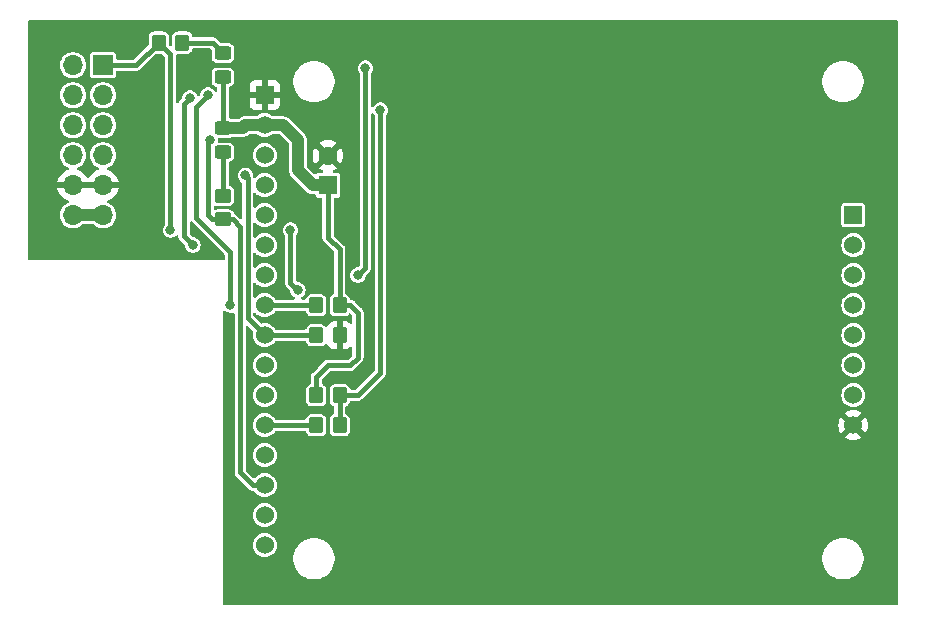
<source format=gtl>
G04 #@! TF.GenerationSoftware,KiCad,Pcbnew,7.0.1*
G04 #@! TF.CreationDate,2023-04-02T16:08:20+02:00*
G04 #@! TF.ProjectId,PMOD SPI SD TFT,504d4f44-2053-4504-9920-534420544654,V1.0*
G04 #@! TF.SameCoordinates,Original*
G04 #@! TF.FileFunction,Copper,L1,Top*
G04 #@! TF.FilePolarity,Positive*
%FSLAX46Y46*%
G04 Gerber Fmt 4.6, Leading zero omitted, Abs format (unit mm)*
G04 Created by KiCad (PCBNEW 7.0.1) date 2023-04-02 16:08:20*
%MOMM*%
%LPD*%
G01*
G04 APERTURE LIST*
G04 Aperture macros list*
%AMRoundRect*
0 Rectangle with rounded corners*
0 $1 Rounding radius*
0 $2 $3 $4 $5 $6 $7 $8 $9 X,Y pos of 4 corners*
0 Add a 4 corners polygon primitive as box body*
4,1,4,$2,$3,$4,$5,$6,$7,$8,$9,$2,$3,0*
0 Add four circle primitives for the rounded corners*
1,1,$1+$1,$2,$3*
1,1,$1+$1,$4,$5*
1,1,$1+$1,$6,$7*
1,1,$1+$1,$8,$9*
0 Add four rect primitives between the rounded corners*
20,1,$1+$1,$2,$3,$4,$5,0*
20,1,$1+$1,$4,$5,$6,$7,0*
20,1,$1+$1,$6,$7,$8,$9,0*
20,1,$1+$1,$8,$9,$2,$3,0*%
G04 Aperture macros list end*
G04 #@! TA.AperFunction,SMDPad,CuDef*
%ADD10RoundRect,0.250000X0.350000X0.450000X-0.350000X0.450000X-0.350000X-0.450000X0.350000X-0.450000X0*%
G04 #@! TD*
G04 #@! TA.AperFunction,ComponentPad*
%ADD11R,1.700000X1.700000*%
G04 #@! TD*
G04 #@! TA.AperFunction,ComponentPad*
%ADD12O,1.700000X1.700000*%
G04 #@! TD*
G04 #@! TA.AperFunction,SMDPad,CuDef*
%ADD13RoundRect,0.250000X-0.450000X0.325000X-0.450000X-0.325000X0.450000X-0.325000X0.450000X0.325000X0*%
G04 #@! TD*
G04 #@! TA.AperFunction,ComponentPad*
%ADD14C,1.524000*%
G04 #@! TD*
G04 #@! TA.AperFunction,ComponentPad*
%ADD15R,1.524000X1.524000*%
G04 #@! TD*
G04 #@! TA.AperFunction,ComponentPad*
%ADD16R,1.600000X1.600000*%
G04 #@! TD*
G04 #@! TA.AperFunction,ComponentPad*
%ADD17C,1.600000*%
G04 #@! TD*
G04 #@! TA.AperFunction,SMDPad,CuDef*
%ADD18RoundRect,0.250000X-0.350000X-0.450000X0.350000X-0.450000X0.350000X0.450000X-0.350000X0.450000X0*%
G04 #@! TD*
G04 #@! TA.AperFunction,SMDPad,CuDef*
%ADD19RoundRect,0.250000X-0.450000X0.350000X-0.450000X-0.350000X0.450000X-0.350000X0.450000X0.350000X0*%
G04 #@! TD*
G04 #@! TA.AperFunction,SMDPad,CuDef*
%ADD20RoundRect,0.250000X0.450000X-0.325000X0.450000X0.325000X-0.450000X0.325000X-0.450000X-0.325000X0*%
G04 #@! TD*
G04 #@! TA.AperFunction,ViaPad*
%ADD21C,0.800000*%
G04 #@! TD*
G04 #@! TA.AperFunction,Conductor*
%ADD22C,0.440000*%
G04 #@! TD*
G04 #@! TA.AperFunction,Conductor*
%ADD23C,1.000000*%
G04 #@! TD*
G04 APERTURE END LIST*
D10*
X-21860000Y1270000D03*
X-23860000Y1270000D03*
D11*
X-41910000Y21590000D03*
D12*
X-41910000Y19050000D03*
X-41910000Y16510000D03*
X-41910000Y13970000D03*
X-41910000Y11430000D03*
X-41910000Y8890000D03*
X-44450000Y21590000D03*
X-44450000Y19050000D03*
X-44450000Y16510000D03*
X-44450000Y13970000D03*
X-44450000Y11430000D03*
X-44450000Y8890000D03*
D13*
X-31750000Y22615000D03*
X-31750000Y20565000D03*
D14*
X-28213800Y-19050000D03*
X-28213800Y-16510000D03*
X-28213800Y-13970000D03*
X-28213800Y-11430000D03*
X-28213800Y-8890000D03*
X-28213800Y-6350000D03*
X-28213800Y-3810000D03*
X-28213800Y-1270000D03*
X21620000Y-8890000D03*
X-28213800Y1270000D03*
X21620000Y-6350000D03*
X-28213800Y3810000D03*
X21620000Y-3810000D03*
X-28213800Y6350000D03*
X21620000Y-1270000D03*
X-28213800Y8890000D03*
X21620000Y1270000D03*
X-28213800Y11430000D03*
X21620000Y3810000D03*
X-28213800Y13970000D03*
X21620000Y6350000D03*
X-28213800Y16510000D03*
D15*
X21620000Y8890000D03*
X-28213800Y19050000D03*
D16*
X-22860000Y11430000D03*
D17*
X-22860000Y13930000D03*
D10*
X-21860000Y-8890000D03*
X-23860000Y-8890000D03*
D18*
X-23860000Y-6350000D03*
X-21860000Y-6350000D03*
X-23860000Y-1270000D03*
X-21860000Y-1270000D03*
D10*
X-35195000Y23495000D03*
X-37195000Y23495000D03*
D19*
X-31750000Y10525000D03*
X-31750000Y8525000D03*
D20*
X-31750000Y14215000D03*
X-31750000Y16265000D03*
D21*
X-26035000Y7620000D03*
X-36195000Y7620000D03*
X-25400000Y2540000D03*
X-20320000Y3810000D03*
X-19685000Y21336000D03*
X-31115000Y1270000D03*
X-33020000Y19050000D03*
X-34290000Y6350000D03*
X-34544000Y18796000D03*
X-18415000Y17780000D03*
X-32835500Y15240000D03*
X-29845000Y12249500D03*
D22*
X-30295500Y7888000D02*
X-30295500Y-12894400D01*
X-30295500Y-12894400D02*
X-29219900Y-13970000D01*
X-29219900Y-13970000D02*
X-28213800Y-13970000D01*
X-30932500Y8525000D02*
X-30295500Y7888000D01*
X-31750000Y8525000D02*
X-30932500Y8525000D01*
X-26035000Y3175000D02*
X-25400000Y2540000D01*
X-26035000Y7620000D02*
X-26035000Y3175000D01*
X-34036000Y18034000D02*
X-33020000Y19050000D01*
X-34036000Y8664564D02*
X-34036000Y18034000D01*
X-31115000Y1270000D02*
X-31115000Y5743564D01*
X-31115000Y5743564D02*
X-34036000Y8664564D01*
X-35052000Y18288000D02*
X-34544000Y18796000D01*
X-35052000Y7112000D02*
X-35052000Y18288000D01*
X-34290000Y6350000D02*
X-35052000Y7112000D01*
X-20320000Y3810000D02*
X-19685000Y4445000D01*
X-19685000Y4445000D02*
X-19685000Y21336000D01*
X-36195000Y22495000D02*
X-36195000Y7620000D01*
X-37195000Y23495000D02*
X-36195000Y22495000D01*
X-31750000Y10525000D02*
X-31750000Y14215000D01*
X-33015499Y15060001D02*
X-32835500Y15240000D01*
X-33015499Y8894501D02*
X-33015499Y15060001D01*
X-33020000Y8890000D02*
X-33015499Y8894501D01*
X-31750000Y8525000D02*
X-32655000Y8525000D01*
X-32655000Y8525000D02*
X-33020000Y8890000D01*
X-22860000Y6985000D02*
X-22860000Y11430000D01*
X-21860000Y5985000D02*
X-22860000Y6985000D01*
X-21860000Y1270000D02*
X-21860000Y5985000D01*
X-20320000Y-3175000D02*
X-20320000Y635000D01*
X-20320000Y635000D02*
X-20955000Y1270000D01*
X-22860000Y-3810000D02*
X-20955000Y-3810000D01*
X-20955000Y1270000D02*
X-21860000Y1270000D01*
X-23860000Y-4810000D02*
X-22860000Y-3810000D01*
X-20955000Y-3810000D02*
X-20320000Y-3175000D01*
X-23860000Y-6350000D02*
X-23860000Y-4810000D01*
X-18415000Y-4445000D02*
X-20320000Y-6350000D01*
X-20320000Y-6350000D02*
X-21860000Y-6350000D01*
X-18415000Y17780000D02*
X-18415000Y-4445000D01*
X-21860000Y-8890000D02*
X-21860000Y-6350000D01*
X-32630000Y23495000D02*
X-31750000Y22615000D01*
X-35195000Y23495000D02*
X-32630000Y23495000D01*
X-39100000Y21590000D02*
X-37195000Y23495000D01*
X-41910000Y21590000D02*
X-39100000Y21590000D01*
X-29655999Y12060499D02*
X-29845000Y12249500D01*
X-29655999Y172199D02*
X-29655999Y12060499D01*
X-28213800Y-1270000D02*
X-29655999Y172199D01*
X-23860000Y-1270000D02*
X-28213800Y-1270000D01*
X-28213800Y1270000D02*
X-23860000Y1270000D01*
X-23860000Y-8890000D02*
X-28213800Y-8890000D01*
D23*
X-44450000Y8890000D02*
X-41910000Y8890000D01*
D22*
X-31750000Y20565000D02*
X-31750000Y16265000D01*
D23*
X-29845000Y16510000D02*
X-28213800Y16510000D01*
X-30090000Y16265000D02*
X-29845000Y16510000D01*
X-31750000Y16265000D02*
X-30090000Y16265000D01*
X-25400000Y12700000D02*
X-24130000Y11430000D01*
X-24130000Y11430000D02*
X-22860000Y11430000D01*
X-25400000Y15240000D02*
X-25400000Y12700000D01*
X-26670000Y16510000D02*
X-25400000Y15240000D01*
X-28213800Y16510000D02*
X-26670000Y16510000D01*
G04 #@! TA.AperFunction,Conductor*
G36*
X25337500Y25382887D02*
G01*
X25382887Y25337500D01*
X25399500Y25275500D01*
X25399500Y-24005500D01*
X25382887Y-24067500D01*
X25337500Y-24112887D01*
X25275500Y-24129500D01*
X-31625500Y-24129500D01*
X-31687500Y-24112887D01*
X-31732887Y-24067500D01*
X-31749500Y-24005500D01*
X-31749500Y-20326182D01*
X-25790500Y-20326182D01*
X-25751396Y-20585615D01*
X-25674063Y-20836323D01*
X-25560228Y-21072704D01*
X-25412433Y-21289479D01*
X-25412429Y-21289482D01*
X-25412428Y-21289485D01*
X-25333273Y-21374792D01*
X-25233981Y-21481805D01*
X-25028857Y-21645386D01*
X-24801643Y-21776568D01*
X-24557416Y-21872420D01*
X-24301630Y-21930802D01*
X-24228079Y-21936313D01*
X-24105499Y-21945500D01*
X-24105494Y-21945500D01*
X-23974506Y-21945500D01*
X-23974501Y-21945500D01*
X-23834408Y-21935001D01*
X-23778370Y-21930802D01*
X-23522584Y-21872420D01*
X-23278357Y-21776568D01*
X-23051143Y-21645386D01*
X-22846019Y-21481805D01*
X-22846015Y-21481801D01*
X-22667571Y-21289485D01*
X-22655766Y-21272170D01*
X-22519772Y-21072704D01*
X-22405937Y-20836323D01*
X-22328604Y-20585615D01*
X-22289500Y-20326182D01*
X19009500Y-20326182D01*
X19048604Y-20585615D01*
X19125937Y-20836323D01*
X19239772Y-21072704D01*
X19375766Y-21272170D01*
X19387571Y-21289485D01*
X19566015Y-21481801D01*
X19566019Y-21481805D01*
X19771143Y-21645386D01*
X19998357Y-21776568D01*
X20242584Y-21872420D01*
X20498370Y-21930802D01*
X20554408Y-21935001D01*
X20694501Y-21945500D01*
X20694506Y-21945500D01*
X20825494Y-21945500D01*
X20825499Y-21945500D01*
X20948079Y-21936313D01*
X21021630Y-21930802D01*
X21277416Y-21872420D01*
X21521643Y-21776568D01*
X21748857Y-21645386D01*
X21953981Y-21481805D01*
X22053273Y-21374792D01*
X22132428Y-21289485D01*
X22132429Y-21289482D01*
X22132433Y-21289479D01*
X22280228Y-21072704D01*
X22394063Y-20836323D01*
X22471396Y-20585615D01*
X22510500Y-20326182D01*
X22510500Y-20063818D01*
X22471396Y-19804385D01*
X22394063Y-19553677D01*
X22280228Y-19317296D01*
X22132433Y-19100521D01*
X22132432Y-19100520D01*
X22132428Y-19100514D01*
X21953984Y-18908198D01*
X21953983Y-18908197D01*
X21953981Y-18908195D01*
X21748857Y-18744614D01*
X21748856Y-18744613D01*
X21521641Y-18613431D01*
X21277418Y-18517580D01*
X21021627Y-18459197D01*
X20825499Y-18444500D01*
X20825494Y-18444500D01*
X20694506Y-18444500D01*
X20694501Y-18444500D01*
X20498372Y-18459197D01*
X20242581Y-18517580D01*
X19998358Y-18613431D01*
X19771143Y-18744613D01*
X19566015Y-18908198D01*
X19387571Y-19100514D01*
X19287070Y-19247922D01*
X19239772Y-19317296D01*
X19125937Y-19553677D01*
X19048604Y-19804385D01*
X19009500Y-20063818D01*
X19009500Y-20326182D01*
X-22289500Y-20326182D01*
X-22289500Y-20063818D01*
X-22328604Y-19804385D01*
X-22405937Y-19553677D01*
X-22519772Y-19317296D01*
X-22567070Y-19247922D01*
X-22667571Y-19100514D01*
X-22846015Y-18908198D01*
X-23051143Y-18744613D01*
X-23278358Y-18613431D01*
X-23522581Y-18517580D01*
X-23778372Y-18459197D01*
X-23974501Y-18444500D01*
X-23974506Y-18444500D01*
X-24105494Y-18444500D01*
X-24105499Y-18444500D01*
X-24301627Y-18459197D01*
X-24557418Y-18517580D01*
X-24801641Y-18613431D01*
X-25028856Y-18744613D01*
X-25028857Y-18744614D01*
X-25233981Y-18908195D01*
X-25233983Y-18908197D01*
X-25233984Y-18908198D01*
X-25412428Y-19100514D01*
X-25412432Y-19100520D01*
X-25412433Y-19100521D01*
X-25560228Y-19317296D01*
X-25674063Y-19553677D01*
X-25751396Y-19804385D01*
X-25790500Y-20063818D01*
X-25790500Y-20326182D01*
X-31749500Y-20326182D01*
X-31749500Y-19050000D01*
X-29231199Y-19050000D01*
X-29211650Y-19248485D01*
X-29153754Y-19439342D01*
X-29059736Y-19615237D01*
X-28933210Y-19769410D01*
X-28779037Y-19895936D01*
X-28603142Y-19989954D01*
X-28412285Y-20047850D01*
X-28213800Y-20067399D01*
X-28015315Y-20047850D01*
X-27824458Y-19989954D01*
X-27648563Y-19895936D01*
X-27537007Y-19804385D01*
X-27494389Y-19769410D01*
X-27417302Y-19675478D01*
X-27367864Y-19615237D01*
X-27273846Y-19439342D01*
X-27273845Y-19439341D01*
X-27215950Y-19248486D01*
X-27196401Y-19049999D01*
X-27215950Y-18851513D01*
X-27273845Y-18660658D01*
X-27367863Y-18484764D01*
X-27494389Y-18330589D01*
X-27648564Y-18204063D01*
X-27824458Y-18110045D01*
X-28015313Y-18052150D01*
X-28213800Y-18032601D01*
X-28412286Y-18052150D01*
X-28603141Y-18110045D01*
X-28756320Y-18191922D01*
X-28779037Y-18204064D01*
X-28839278Y-18253502D01*
X-28933210Y-18330589D01*
X-28996472Y-18407676D01*
X-29059736Y-18484763D01*
X-29153754Y-18660658D01*
X-29211650Y-18851515D01*
X-29231199Y-19050000D01*
X-31749500Y-19050000D01*
X-31749500Y-16510000D01*
X-29231199Y-16510000D01*
X-29211650Y-16708485D01*
X-29153754Y-16899342D01*
X-29059736Y-17075237D01*
X-28933210Y-17229410D01*
X-28779037Y-17355936D01*
X-28603142Y-17449954D01*
X-28412285Y-17507850D01*
X-28213800Y-17527399D01*
X-28015315Y-17507850D01*
X-27824458Y-17449954D01*
X-27648563Y-17355936D01*
X-27571476Y-17292672D01*
X-27494389Y-17229410D01*
X-27417302Y-17135478D01*
X-27367864Y-17075237D01*
X-27273846Y-16899342D01*
X-27273845Y-16899341D01*
X-27215950Y-16708486D01*
X-27196401Y-16509999D01*
X-27215950Y-16311513D01*
X-27273845Y-16120658D01*
X-27367863Y-15944764D01*
X-27494389Y-15790589D01*
X-27648564Y-15664063D01*
X-27824458Y-15570045D01*
X-28015313Y-15512150D01*
X-28213800Y-15492601D01*
X-28412286Y-15512150D01*
X-28603141Y-15570045D01*
X-28756320Y-15651921D01*
X-28779037Y-15664064D01*
X-28839278Y-15713502D01*
X-28933210Y-15790589D01*
X-28996473Y-15867676D01*
X-29059736Y-15944763D01*
X-29153754Y-16120658D01*
X-29211650Y-16311515D01*
X-29231199Y-16510000D01*
X-31749500Y-16510000D01*
X-31749500Y687542D01*
X-31736657Y742498D01*
X-31700789Y786069D01*
X-31649324Y809232D01*
X-31592925Y807187D01*
X-31543274Y780358D01*
X-31526182Y765216D01*
X-31487240Y730717D01*
X-31417302Y694010D01*
X-31347364Y657303D01*
X-31193985Y619500D01*
X-31036016Y619500D01*
X-31036015Y619500D01*
X-30919673Y648175D01*
X-30863974Y649016D01*
X-30813527Y625389D01*
X-30778513Y582061D01*
X-30766000Y527778D01*
X-30766000Y-12830491D01*
X-30768834Y-12856850D01*
X-30769626Y-12860491D01*
X-30766316Y-12906774D01*
X-30766000Y-12915620D01*
X-30766000Y-12928048D01*
X-30764228Y-12940364D01*
X-30763284Y-12949146D01*
X-30759975Y-12995441D01*
X-30758669Y-12998941D01*
X-30752113Y-13024625D01*
X-30751583Y-13028318D01*
X-30732297Y-13070544D01*
X-30728922Y-13078692D01*
X-30712694Y-13122205D01*
X-30711303Y-13124063D01*
X-30710460Y-13125189D01*
X-30696928Y-13147995D01*
X-30695380Y-13151387D01*
X-30664964Y-13186487D01*
X-30659434Y-13193350D01*
X-30651986Y-13203301D01*
X-30643209Y-13212077D01*
X-30637187Y-13218543D01*
X-30606780Y-13253636D01*
X-30606777Y-13253637D01*
X-30606778Y-13253637D01*
X-30603643Y-13255652D01*
X-30583000Y-13272285D01*
X-29597785Y-14257500D01*
X-29581151Y-14278143D01*
X-29579136Y-14281280D01*
X-29544043Y-14311687D01*
X-29537580Y-14317705D01*
X-29528801Y-14326486D01*
X-29518850Y-14333934D01*
X-29511987Y-14339464D01*
X-29476887Y-14369880D01*
X-29473673Y-14371347D01*
X-29473495Y-14371429D01*
X-29450689Y-14384959D01*
X-29447705Y-14387194D01*
X-29404192Y-14403422D01*
X-29396044Y-14406797D01*
X-29353818Y-14426083D01*
X-29350125Y-14426613D01*
X-29324441Y-14433169D01*
X-29320941Y-14434475D01*
X-29274646Y-14437784D01*
X-29265864Y-14438728D01*
X-29253548Y-14440500D01*
X-29241120Y-14440500D01*
X-29232276Y-14440816D01*
X-29219229Y-14441748D01*
X-29185990Y-14444126D01*
X-29185988Y-14444125D01*
X-29173609Y-14445011D01*
X-29114948Y-14464680D01*
X-29073096Y-14510241D01*
X-29059736Y-14535237D01*
X-28933210Y-14689410D01*
X-28779037Y-14815936D01*
X-28603142Y-14909954D01*
X-28412285Y-14967850D01*
X-28213800Y-14987399D01*
X-28015315Y-14967850D01*
X-27824458Y-14909954D01*
X-27648563Y-14815936D01*
X-27571476Y-14752673D01*
X-27494389Y-14689410D01*
X-27367865Y-14535238D01*
X-27367864Y-14535237D01*
X-27316280Y-14438731D01*
X-27273845Y-14359341D01*
X-27215950Y-14168486D01*
X-27196401Y-13970000D01*
X-27215950Y-13771513D01*
X-27273845Y-13580658D01*
X-27367863Y-13404764D01*
X-27494389Y-13250589D01*
X-27648564Y-13124063D01*
X-27824458Y-13030045D01*
X-28015313Y-12972150D01*
X-28213800Y-12952601D01*
X-28412286Y-12972150D01*
X-28603141Y-13030045D01*
X-28694186Y-13078710D01*
X-28779037Y-13124064D01*
X-28793414Y-13135863D01*
X-28933210Y-13250589D01*
X-28999993Y-13331966D01*
X-29055988Y-13370721D01*
X-29124004Y-13374063D01*
X-29183528Y-13340983D01*
X-29788681Y-12735832D01*
X-29815561Y-12695604D01*
X-29825000Y-12648151D01*
X-29825000Y-11430000D01*
X-29231199Y-11430000D01*
X-29211650Y-11628485D01*
X-29153754Y-11819342D01*
X-29059736Y-11995237D01*
X-28933210Y-12149410D01*
X-28779037Y-12275936D01*
X-28603142Y-12369954D01*
X-28412285Y-12427850D01*
X-28213800Y-12447399D01*
X-28015315Y-12427850D01*
X-27824458Y-12369954D01*
X-27648563Y-12275936D01*
X-27571476Y-12212673D01*
X-27494389Y-12149410D01*
X-27417302Y-12055478D01*
X-27367864Y-11995237D01*
X-27273846Y-11819342D01*
X-27273845Y-11819341D01*
X-27215950Y-11628486D01*
X-27196401Y-11430000D01*
X-27215950Y-11231513D01*
X-27273845Y-11040658D01*
X-27367863Y-10864764D01*
X-27494389Y-10710589D01*
X-27648564Y-10584063D01*
X-27824458Y-10490045D01*
X-28015313Y-10432150D01*
X-28213799Y-10412601D01*
X-28313042Y-10422375D01*
X-28412286Y-10432150D01*
X-28603141Y-10490045D01*
X-28756320Y-10571922D01*
X-28779037Y-10584064D01*
X-28839278Y-10633502D01*
X-28933210Y-10710589D01*
X-28996472Y-10787676D01*
X-29059736Y-10864763D01*
X-29153754Y-11040658D01*
X-29211650Y-11231515D01*
X-29231199Y-11430000D01*
X-29825000Y-11430000D01*
X-29825000Y-9941740D01*
X20921812Y-9941740D01*
X20986593Y-9987101D01*
X21186718Y-10080420D01*
X21400021Y-10137575D01*
X21620000Y-10156821D01*
X21839978Y-10137575D01*
X22053281Y-10080420D01*
X22253408Y-9987100D01*
X22318187Y-9941740D01*
X21620001Y-9243553D01*
X21620000Y-9243553D01*
X20921812Y-9941740D01*
X-29825000Y-9941740D01*
X-29825000Y-8890000D01*
X-29231199Y-8890000D01*
X-29211650Y-9088485D01*
X-29153754Y-9279342D01*
X-29059736Y-9455237D01*
X-28933210Y-9609410D01*
X-28779037Y-9735936D01*
X-28603142Y-9829954D01*
X-28412285Y-9887850D01*
X-28213800Y-9907399D01*
X-28015315Y-9887850D01*
X-27824458Y-9829954D01*
X-27648563Y-9735936D01*
X-27571476Y-9672672D01*
X-27494389Y-9609410D01*
X-27367864Y-9455237D01*
X-27352261Y-9426046D01*
X-27306651Y-9378141D01*
X-27242903Y-9360500D01*
X-24822629Y-9360500D01*
X-24773816Y-9370512D01*
X-24732886Y-9398930D01*
X-24706447Y-9441167D01*
X-24704090Y-9447483D01*
X-24704091Y-9447483D01*
X-24653796Y-9582331D01*
X-24567546Y-9697546D01*
X-24452331Y-9783796D01*
X-24317483Y-9834091D01*
X-24257873Y-9840500D01*
X-23462128Y-9840499D01*
X-23402517Y-9834091D01*
X-23267669Y-9783796D01*
X-23152454Y-9697546D01*
X-23066204Y-9582331D01*
X-23015909Y-9447483D01*
X-23009500Y-9387873D01*
X-23009500Y-8890001D01*
X-23009500Y-8392130D01*
X-23009500Y-8392127D01*
X-22710500Y-8392127D01*
X-22710499Y-9387872D01*
X-22704091Y-9447483D01*
X-22653796Y-9582331D01*
X-22567546Y-9697546D01*
X-22452331Y-9783796D01*
X-22317483Y-9834091D01*
X-22257873Y-9840500D01*
X-21462128Y-9840499D01*
X-21402517Y-9834091D01*
X-21267669Y-9783796D01*
X-21152454Y-9697546D01*
X-21066204Y-9582331D01*
X-21015909Y-9447483D01*
X-21009500Y-9387873D01*
X-21009500Y-8890001D01*
X-21009500Y-8890000D01*
X20353178Y-8890000D01*
X20372424Y-9109978D01*
X20429579Y-9323281D01*
X20522898Y-9523406D01*
X20568258Y-9588187D01*
X21266446Y-8890001D01*
X21973553Y-8890001D01*
X22671740Y-9588186D01*
X22717100Y-9523408D01*
X22810420Y-9323281D01*
X22867575Y-9109978D01*
X22886821Y-8890000D01*
X22867575Y-8670021D01*
X22810421Y-8456720D01*
X22717098Y-8256589D01*
X22671740Y-8191811D01*
X21973553Y-8890000D01*
X21973553Y-8890001D01*
X21266446Y-8890001D01*
X21266446Y-8890000D01*
X20568258Y-8191811D01*
X20568258Y-8191812D01*
X20522900Y-8256589D01*
X20429578Y-8456719D01*
X20372424Y-8670021D01*
X20353178Y-8890000D01*
X-21009500Y-8890000D01*
X-21009500Y-8392130D01*
X-21015909Y-8332515D01*
X-21066204Y-8197669D01*
X-21152454Y-8082454D01*
X-21267668Y-7996204D01*
X-21284414Y-7989958D01*
X-21308836Y-7980849D01*
X-21351070Y-7954412D01*
X-21379488Y-7913482D01*
X-21389500Y-7864669D01*
X-21389500Y-7838258D01*
X20921811Y-7838258D01*
X21620000Y-8536446D01*
X21620001Y-8536446D01*
X22318187Y-7838258D01*
X22253406Y-7792898D01*
X22053281Y-7699579D01*
X21839978Y-7642424D01*
X21620000Y-7623178D01*
X21400021Y-7642424D01*
X21186719Y-7699578D01*
X20986589Y-7792900D01*
X20921812Y-7838258D01*
X20921811Y-7838258D01*
X-21389500Y-7838258D01*
X-21389500Y-7375331D01*
X-21379488Y-7326518D01*
X-21351070Y-7285588D01*
X-21308836Y-7259150D01*
X-21267669Y-7243796D01*
X-21152454Y-7157546D01*
X-21066204Y-7042331D01*
X-21015909Y-6907483D01*
X-21013553Y-6901167D01*
X-20987114Y-6858930D01*
X-20946184Y-6830512D01*
X-20897371Y-6820500D01*
X-20383909Y-6820500D01*
X-20357551Y-6823333D01*
X-20353910Y-6824126D01*
X-20353908Y-6824125D01*
X-20353908Y-6824126D01*
X-20307626Y-6820816D01*
X-20298780Y-6820500D01*
X-20286356Y-6820500D01*
X-20286352Y-6820500D01*
X-20274032Y-6818728D01*
X-20265255Y-6817785D01*
X-20231232Y-6815352D01*
X-20218957Y-6814475D01*
X-20215458Y-6813170D01*
X-20189776Y-6806614D01*
X-20186082Y-6806083D01*
X-20180178Y-6803386D01*
X-20143855Y-6786799D01*
X-20135686Y-6783414D01*
X-20092195Y-6767194D01*
X-20089207Y-6764957D01*
X-20066411Y-6751432D01*
X-20065337Y-6750941D01*
X-20063013Y-6749880D01*
X-20027923Y-6719474D01*
X-20021031Y-6713921D01*
X-20011098Y-6706485D01*
X-20002322Y-6697709D01*
X-19995844Y-6691678D01*
X-19960763Y-6661280D01*
X-19958740Y-6658132D01*
X-19942110Y-6637498D01*
X-19654612Y-6350000D01*
X20602601Y-6350000D01*
X20622150Y-6548486D01*
X20680045Y-6739341D01*
X20738057Y-6847873D01*
X20774064Y-6915237D01*
X20823502Y-6975478D01*
X20900589Y-7069410D01*
X20977676Y-7132672D01*
X21054763Y-7195936D01*
X21230658Y-7289954D01*
X21421515Y-7347850D01*
X21620000Y-7367399D01*
X21818485Y-7347850D01*
X22009342Y-7289954D01*
X22185237Y-7195936D01*
X22339410Y-7069410D01*
X22465936Y-6915237D01*
X22559954Y-6739342D01*
X22617850Y-6548485D01*
X22637399Y-6350000D01*
X22617850Y-6151515D01*
X22559954Y-5960658D01*
X22465936Y-5784763D01*
X22402673Y-5707676D01*
X22339410Y-5630589D01*
X22245478Y-5553502D01*
X22185237Y-5504064D01*
X22162520Y-5491921D01*
X22009341Y-5410045D01*
X21818486Y-5352150D01*
X21620000Y-5332601D01*
X21421513Y-5352150D01*
X21230658Y-5410045D01*
X21054764Y-5504063D01*
X20900589Y-5630589D01*
X20774063Y-5784764D01*
X20680045Y-5960658D01*
X20622150Y-6151513D01*
X20602601Y-6350000D01*
X-19654612Y-6350000D01*
X-18127497Y-4822885D01*
X-18106855Y-4806251D01*
X-18103720Y-4804236D01*
X-18073326Y-4769160D01*
X-18067295Y-4762683D01*
X-18058514Y-4753902D01*
X-18051066Y-4743953D01*
X-18045513Y-4737062D01*
X-18015120Y-4701987D01*
X-18013566Y-4698585D01*
X-18000039Y-4675788D01*
X-17997805Y-4672804D01*
X-17981584Y-4629315D01*
X-17978198Y-4621142D01*
X-17958916Y-4578920D01*
X-17958384Y-4575216D01*
X-17951831Y-4549544D01*
X-17950525Y-4546042D01*
X-17947212Y-4499731D01*
X-17946266Y-4490935D01*
X-17944500Y-4478650D01*
X-17944500Y-4466229D01*
X-17944184Y-4457383D01*
X-17940872Y-4411090D01*
X-17941666Y-4407445D01*
X-17944500Y-4381086D01*
X-17944500Y-3809999D01*
X20602601Y-3809999D01*
X20622150Y-4008486D01*
X20680045Y-4199341D01*
X20722480Y-4278731D01*
X20774064Y-4375237D01*
X20803488Y-4411090D01*
X20900589Y-4529410D01*
X20948265Y-4568536D01*
X21054763Y-4655936D01*
X21230658Y-4749954D01*
X21421515Y-4807850D01*
X21620000Y-4827399D01*
X21818485Y-4807850D01*
X22009342Y-4749954D01*
X22185237Y-4655936D01*
X22339410Y-4529410D01*
X22465936Y-4375237D01*
X22559954Y-4199342D01*
X22617850Y-4008485D01*
X22637399Y-3810000D01*
X22617850Y-3611515D01*
X22559954Y-3420658D01*
X22465936Y-3244763D01*
X22380854Y-3141090D01*
X22339410Y-3090589D01*
X22245478Y-3013502D01*
X22185237Y-2964064D01*
X22162520Y-2951922D01*
X22009341Y-2870045D01*
X21818486Y-2812150D01*
X21620000Y-2792601D01*
X21421513Y-2812150D01*
X21230658Y-2870045D01*
X21054764Y-2964063D01*
X20900589Y-3090589D01*
X20774063Y-3244764D01*
X20680045Y-3420658D01*
X20622150Y-3611513D01*
X20602601Y-3809999D01*
X-17944500Y-3809999D01*
X-17944500Y-1269999D01*
X20602601Y-1269999D01*
X20622150Y-1468486D01*
X20680045Y-1659341D01*
X20738057Y-1767873D01*
X20774064Y-1835237D01*
X20823502Y-1895478D01*
X20900589Y-1989410D01*
X20946134Y-2026787D01*
X21054763Y-2115936D01*
X21230658Y-2209954D01*
X21421515Y-2267850D01*
X21620000Y-2287399D01*
X21818485Y-2267850D01*
X22009342Y-2209954D01*
X22185237Y-2115936D01*
X22339410Y-1989410D01*
X22465936Y-1835237D01*
X22559954Y-1659342D01*
X22617850Y-1468485D01*
X22637399Y-1270000D01*
X22617850Y-1071515D01*
X22559954Y-880658D01*
X22465936Y-704763D01*
X22399286Y-623549D01*
X22339410Y-550589D01*
X22245478Y-473502D01*
X22185237Y-424064D01*
X22162520Y-411921D01*
X22009341Y-330045D01*
X21818486Y-272150D01*
X21620000Y-252601D01*
X21421513Y-272150D01*
X21230658Y-330045D01*
X21054764Y-424063D01*
X20900589Y-550589D01*
X20774063Y-704764D01*
X20680045Y-880658D01*
X20622150Y-1071513D01*
X20602601Y-1269999D01*
X-17944500Y-1269999D01*
X-17944500Y1270000D01*
X20602601Y1270000D01*
X20622150Y1071513D01*
X20680045Y880658D01*
X20774063Y704764D01*
X20900589Y550589D01*
X21054764Y424063D01*
X21230658Y330045D01*
X21421513Y272150D01*
X21620000Y252601D01*
X21818486Y272150D01*
X22009341Y330045D01*
X22185235Y424063D01*
X22185237Y424064D01*
X22249047Y476431D01*
X22339410Y550589D01*
X22418845Y647382D01*
X22465936Y704763D01*
X22559954Y880658D01*
X22617850Y1071515D01*
X22637399Y1270000D01*
X22617850Y1468485D01*
X22559954Y1659342D01*
X22465936Y1835237D01*
X22339410Y1989410D01*
X22185237Y2115936D01*
X22009342Y2209954D01*
X21818485Y2267850D01*
X21620000Y2287399D01*
X21421515Y2267850D01*
X21230658Y2209954D01*
X21054763Y2115936D01*
X20977676Y2052673D01*
X20900589Y1989410D01*
X20838695Y1913991D01*
X20774064Y1835237D01*
X20774063Y1835235D01*
X20680045Y1659341D01*
X20622150Y1468486D01*
X20602601Y1270000D01*
X-17944500Y1270000D01*
X-17944500Y3810000D01*
X20602601Y3810000D01*
X20622150Y3611513D01*
X20680045Y3420658D01*
X20774063Y3244764D01*
X20900589Y3090589D01*
X21054764Y2964063D01*
X21230658Y2870045D01*
X21421513Y2812150D01*
X21619999Y2792601D01*
X21620000Y2792601D01*
X21719242Y2802375D01*
X21818486Y2812150D01*
X22009341Y2870045D01*
X22185235Y2964063D01*
X22185237Y2964064D01*
X22245478Y3013502D01*
X22339410Y3090589D01*
X22408561Y3174851D01*
X22465936Y3244763D01*
X22559954Y3420658D01*
X22617850Y3611515D01*
X22637399Y3810000D01*
X22617850Y4008485D01*
X22559954Y4199342D01*
X22465936Y4375237D01*
X22339410Y4529410D01*
X22185237Y4655936D01*
X22009342Y4749954D01*
X21818485Y4807850D01*
X21620000Y4827399D01*
X21421515Y4807850D01*
X21230658Y4749954D01*
X21054763Y4655936D01*
X20977676Y4592672D01*
X20900589Y4529410D01*
X20844037Y4460500D01*
X20774064Y4375237D01*
X20774063Y4375235D01*
X20680045Y4199341D01*
X20622150Y4008486D01*
X20602601Y3810000D01*
X-17944500Y3810000D01*
X-17944500Y6350000D01*
X20602601Y6350000D01*
X20622150Y6151513D01*
X20680045Y5960658D01*
X20774063Y5784764D01*
X20900589Y5630589D01*
X21054764Y5504063D01*
X21230658Y5410045D01*
X21421513Y5352150D01*
X21620000Y5332601D01*
X21818486Y5352150D01*
X22009341Y5410045D01*
X22185235Y5504063D01*
X22185237Y5504064D01*
X22245478Y5553502D01*
X22339410Y5630589D01*
X22408561Y5714851D01*
X22465936Y5784763D01*
X22559954Y5960658D01*
X22617850Y6151515D01*
X22637399Y6350000D01*
X22617850Y6548485D01*
X22559954Y6739342D01*
X22465936Y6915237D01*
X22339410Y7069410D01*
X22185237Y7195936D01*
X22009342Y7289954D01*
X21818485Y7347850D01*
X21620000Y7367399D01*
X21421515Y7347850D01*
X21230658Y7289954D01*
X21054763Y7195936D01*
X21004601Y7154769D01*
X20900589Y7069410D01*
X20844037Y7000500D01*
X20774064Y6915237D01*
X20774063Y6915235D01*
X20680045Y6739341D01*
X20622150Y6548486D01*
X20602601Y6350000D01*
X-17944500Y6350000D01*
X-17944500Y8103325D01*
X20607500Y8103325D01*
X20622033Y8030261D01*
X20677399Y7947399D01*
X20760261Y7892033D01*
X20833325Y7877500D01*
X20833326Y7877500D01*
X22406674Y7877500D01*
X22406675Y7877500D01*
X22479738Y7892033D01*
X22479739Y7892033D01*
X22479740Y7892034D01*
X22562601Y7947399D01*
X22617966Y8030260D01*
X22632500Y8103326D01*
X22632500Y9676674D01*
X22617966Y9749740D01*
X22562601Y9832601D01*
X22479740Y9887966D01*
X22431029Y9897655D01*
X22406675Y9902500D01*
X22406674Y9902500D01*
X20833326Y9902500D01*
X20833325Y9902500D01*
X20796792Y9895232D01*
X20760260Y9887966D01*
X20677399Y9832601D01*
X20636895Y9771981D01*
X20622033Y9749738D01*
X20607500Y9676675D01*
X20607500Y8103325D01*
X-17944500Y8103325D01*
X-17944500Y17277879D01*
X-17938885Y17314769D01*
X-17922550Y17348319D01*
X-17834780Y17475476D01*
X-17778763Y17623181D01*
X-17759722Y17780000D01*
X-17778763Y17936818D01*
X-17834780Y18084523D01*
X-17924515Y18214528D01*
X-17969172Y18254090D01*
X-18042760Y18319283D01*
X-18182635Y18392696D01*
X-18336015Y18430500D01*
X-18493985Y18430500D01*
X-18647365Y18392696D01*
X-18787240Y18319283D01*
X-18905483Y18214530D01*
X-18937587Y18168019D01*
X-18988450Y18094331D01*
X-19035544Y18053614D01*
X-19096491Y18040916D01*
X-19155927Y18059437D01*
X-19198872Y18104509D01*
X-19214500Y18164771D01*
X-19214500Y20063818D01*
X19009500Y20063818D01*
X19048604Y19804385D01*
X19125937Y19553677D01*
X19239772Y19317296D01*
X19283552Y19253083D01*
X19387571Y19100514D01*
X19566015Y18908198D01*
X19771143Y18744613D01*
X19998358Y18613431D01*
X20242581Y18517580D01*
X20498372Y18459197D01*
X20694501Y18444500D01*
X20694506Y18444500D01*
X20825494Y18444500D01*
X20825499Y18444500D01*
X21021627Y18459197D01*
X21277418Y18517580D01*
X21521641Y18613431D01*
X21525175Y18615471D01*
X21612503Y18665890D01*
X21748856Y18744613D01*
X21831658Y18810646D01*
X21953981Y18908195D01*
X21953984Y18908198D01*
X22132428Y19100514D01*
X22132433Y19100521D01*
X22280228Y19317296D01*
X22394063Y19553677D01*
X22471396Y19804385D01*
X22510500Y20063818D01*
X22510500Y20326182D01*
X22471396Y20585615D01*
X22394063Y20836323D01*
X22280228Y21072704D01*
X22132433Y21289479D01*
X22132429Y21289482D01*
X22132428Y21289485D01*
X22038699Y21390500D01*
X21953981Y21481805D01*
X21748857Y21645386D01*
X21521643Y21776568D01*
X21277416Y21872420D01*
X21021630Y21930802D01*
X20948079Y21936313D01*
X20825499Y21945500D01*
X20825494Y21945500D01*
X20694506Y21945500D01*
X20694501Y21945500D01*
X20554408Y21935001D01*
X20498370Y21930802D01*
X20242584Y21872420D01*
X19998357Y21776568D01*
X19771143Y21645386D01*
X19566019Y21481805D01*
X19566016Y21481801D01*
X19566015Y21481801D01*
X19387571Y21289485D01*
X19380232Y21278720D01*
X19239772Y21072704D01*
X19125937Y20836323D01*
X19048604Y20585615D01*
X19009500Y20326182D01*
X19009500Y20063818D01*
X-19214500Y20063818D01*
X-19214500Y20833879D01*
X-19208885Y20870769D01*
X-19192550Y20904319D01*
X-19104780Y21031476D01*
X-19048763Y21179181D01*
X-19029721Y21336000D01*
X-19048763Y21492818D01*
X-19104780Y21640523D01*
X-19194515Y21770528D01*
X-19215931Y21789501D01*
X-19312760Y21875283D01*
X-19452635Y21948696D01*
X-19606015Y21986500D01*
X-19763985Y21986500D01*
X-19917365Y21948696D01*
X-20057240Y21875283D01*
X-20175483Y21770530D01*
X-20265220Y21640523D01*
X-20321237Y21492818D01*
X-20340278Y21336000D01*
X-20321237Y21179182D01*
X-20265220Y21031477D01*
X-20241756Y20997484D01*
X-20177450Y20904319D01*
X-20161115Y20870769D01*
X-20155500Y20833879D01*
X-20155500Y4691250D01*
X-20164939Y4643797D01*
X-20191819Y4603569D01*
X-20298569Y4496819D01*
X-20338797Y4469939D01*
X-20386250Y4460500D01*
X-20398985Y4460500D01*
X-20552365Y4422696D01*
X-20692240Y4349283D01*
X-20810483Y4244530D01*
X-20900220Y4114523D01*
X-20956237Y3966818D01*
X-20975278Y3810000D01*
X-20956237Y3653182D01*
X-20900220Y3505477D01*
X-20810483Y3375470D01*
X-20692240Y3270717D01*
X-20692238Y3270716D01*
X-20552364Y3197303D01*
X-20398985Y3159500D01*
X-20241015Y3159500D01*
X-20087635Y3197303D01*
X-19947761Y3270716D01*
X-19829515Y3375471D01*
X-19739780Y3505476D01*
X-19683763Y3653181D01*
X-19671276Y3756016D01*
X-19659667Y3795353D01*
X-19635861Y3828750D01*
X-19397495Y4067115D01*
X-19376864Y4083743D01*
X-19373722Y4085762D01*
X-19365983Y4094693D01*
X-19343330Y4120833D01*
X-19337317Y4127293D01*
X-19328514Y4136097D01*
X-19321070Y4146041D01*
X-19315521Y4152927D01*
X-19285117Y4188015D01*
X-19283566Y4191413D01*
X-19270048Y4214199D01*
X-19267807Y4217192D01*
X-19251581Y4260694D01*
X-19248202Y4268849D01*
X-19228917Y4311082D01*
X-19228384Y4314785D01*
X-19221832Y4340453D01*
X-19220525Y4343957D01*
X-19217213Y4390258D01*
X-19216268Y4399050D01*
X-19214500Y4411352D01*
X-19214500Y4423771D01*
X-19214184Y4432618D01*
X-19210872Y4478910D01*
X-19211667Y4482561D01*
X-19214500Y4508916D01*
X-19214500Y17395229D01*
X-19198872Y17455491D01*
X-19155927Y17500563D01*
X-19096490Y17519084D01*
X-19035544Y17506386D01*
X-18988450Y17465669D01*
X-18907450Y17348319D01*
X-18891115Y17314769D01*
X-18885500Y17277879D01*
X-18885500Y-4198750D01*
X-18894939Y-4246203D01*
X-18921819Y-4286431D01*
X-20478568Y-5843181D01*
X-20518796Y-5870061D01*
X-20566249Y-5879500D01*
X-20897371Y-5879500D01*
X-20946184Y-5869488D01*
X-20987114Y-5841070D01*
X-21013553Y-5798833D01*
X-21066204Y-5657669D01*
X-21152454Y-5542454D01*
X-21267668Y-5456204D01*
X-21402516Y-5405909D01*
X-21417419Y-5404306D01*
X-21462127Y-5399500D01*
X-21462129Y-5399500D01*
X-21462130Y-5399500D01*
X-22257869Y-5399500D01*
X-22317484Y-5405909D01*
X-22340281Y-5414412D01*
X-22452331Y-5456204D01*
X-22567546Y-5542454D01*
X-22653796Y-5657669D01*
X-22704091Y-5792517D01*
X-22710500Y-5852127D01*
X-22710499Y-6847872D01*
X-22704091Y-6907483D01*
X-22653796Y-7042331D01*
X-22567546Y-7157546D01*
X-22452331Y-7243796D01*
X-22411163Y-7259150D01*
X-22368930Y-7285588D01*
X-22340512Y-7326518D01*
X-22330500Y-7375331D01*
X-22330500Y-7864669D01*
X-22340512Y-7913482D01*
X-22368930Y-7954412D01*
X-22411163Y-7980849D01*
X-22452331Y-7996204D01*
X-22567546Y-8082454D01*
X-22653796Y-8197669D01*
X-22704091Y-8332517D01*
X-22710500Y-8392127D01*
X-23009500Y-8392127D01*
X-23015909Y-8332515D01*
X-23066204Y-8197669D01*
X-23152454Y-8082454D01*
X-23267668Y-7996204D01*
X-23402516Y-7945909D01*
X-23417419Y-7944306D01*
X-23462127Y-7939500D01*
X-23462129Y-7939500D01*
X-23462130Y-7939500D01*
X-24257869Y-7939500D01*
X-24317484Y-7945909D01*
X-24340281Y-7954412D01*
X-24452331Y-7996204D01*
X-24567546Y-8082454D01*
X-24653796Y-8197669D01*
X-24694713Y-8307374D01*
X-24706447Y-8338833D01*
X-24732886Y-8381070D01*
X-24773816Y-8409488D01*
X-24822629Y-8419500D01*
X-27242903Y-8419500D01*
X-27306651Y-8401859D01*
X-27352261Y-8353954D01*
X-27367864Y-8324762D01*
X-27494389Y-8170589D01*
X-27648564Y-8044063D01*
X-27824458Y-7950045D01*
X-28015313Y-7892150D01*
X-28213800Y-7872601D01*
X-28412286Y-7892150D01*
X-28603141Y-7950045D01*
X-28756320Y-8031922D01*
X-28779037Y-8044064D01*
X-28839278Y-8093502D01*
X-28933210Y-8170589D01*
X-28996473Y-8247676D01*
X-29059736Y-8324763D01*
X-29153754Y-8500658D01*
X-29211650Y-8691515D01*
X-29231199Y-8890000D01*
X-29825000Y-8890000D01*
X-29825000Y-6350000D01*
X-29231199Y-6350000D01*
X-29211650Y-6548485D01*
X-29153754Y-6739342D01*
X-29059736Y-6915237D01*
X-28933210Y-7069410D01*
X-28779037Y-7195936D01*
X-28603142Y-7289954D01*
X-28412285Y-7347850D01*
X-28213800Y-7367399D01*
X-28015315Y-7347850D01*
X-27824458Y-7289954D01*
X-27648563Y-7195936D01*
X-27571476Y-7132672D01*
X-27494389Y-7069410D01*
X-27417302Y-6975478D01*
X-27367864Y-6915237D01*
X-27331857Y-6847873D01*
X-27273845Y-6739341D01*
X-27215950Y-6548486D01*
X-27196401Y-6350000D01*
X-27215950Y-6151513D01*
X-27273845Y-5960658D01*
X-27367863Y-5784764D01*
X-27494389Y-5630589D01*
X-27648564Y-5504063D01*
X-27824458Y-5410045D01*
X-28015313Y-5352150D01*
X-28213800Y-5332601D01*
X-28412286Y-5352150D01*
X-28603141Y-5410045D01*
X-28756320Y-5491922D01*
X-28779037Y-5504064D01*
X-28839278Y-5553502D01*
X-28933210Y-5630589D01*
X-28996473Y-5707676D01*
X-29059736Y-5784763D01*
X-29153754Y-5960658D01*
X-29211650Y-6151515D01*
X-29231199Y-6350000D01*
X-29825000Y-6350000D01*
X-29825000Y-3810000D01*
X-29231199Y-3810000D01*
X-29211650Y-4008485D01*
X-29153754Y-4199342D01*
X-29059736Y-4375237D01*
X-28933210Y-4529410D01*
X-28779037Y-4655936D01*
X-28603142Y-4749954D01*
X-28412285Y-4807850D01*
X-28213800Y-4827399D01*
X-28015315Y-4807850D01*
X-27824458Y-4749954D01*
X-27648563Y-4655936D01*
X-27542065Y-4568536D01*
X-27494389Y-4529410D01*
X-27397288Y-4411090D01*
X-27367864Y-4375237D01*
X-27316280Y-4278731D01*
X-27273845Y-4199341D01*
X-27215950Y-4008486D01*
X-27196401Y-3809999D01*
X-27215950Y-3611513D01*
X-27273845Y-3420658D01*
X-27367863Y-3244764D01*
X-27494389Y-3090589D01*
X-27648564Y-2964063D01*
X-27824458Y-2870045D01*
X-28015313Y-2812150D01*
X-28213799Y-2792601D01*
X-28313042Y-2802375D01*
X-28412286Y-2812150D01*
X-28603141Y-2870045D01*
X-28756320Y-2951922D01*
X-28779037Y-2964064D01*
X-28839278Y-3013502D01*
X-28933210Y-3090589D01*
X-28974654Y-3141090D01*
X-29059736Y-3244763D01*
X-29153754Y-3420658D01*
X-29211650Y-3611515D01*
X-29231199Y-3810000D01*
X-29825000Y-3810000D01*
X-29825000Y-623549D01*
X-29811485Y-567254D01*
X-29773885Y-523231D01*
X-29720398Y-501076D01*
X-29662682Y-505618D01*
X-29613318Y-535868D01*
X-29233019Y-916166D01*
X-29200418Y-973716D01*
X-29202042Y-1039841D01*
X-29211650Y-1071515D01*
X-29231199Y-1270000D01*
X-29211650Y-1468485D01*
X-29153754Y-1659342D01*
X-29059736Y-1835237D01*
X-28933210Y-1989410D01*
X-28779037Y-2115936D01*
X-28603142Y-2209954D01*
X-28412285Y-2267850D01*
X-28213800Y-2287399D01*
X-28015315Y-2267850D01*
X-27824458Y-2209954D01*
X-27648563Y-2115936D01*
X-27539934Y-2026787D01*
X-27494389Y-1989410D01*
X-27367864Y-1835237D01*
X-27352261Y-1806046D01*
X-27306651Y-1758141D01*
X-27242903Y-1740500D01*
X-24822629Y-1740500D01*
X-24773816Y-1750512D01*
X-24732886Y-1778930D01*
X-24706447Y-1821167D01*
X-24704090Y-1827483D01*
X-24704091Y-1827483D01*
X-24653796Y-1962331D01*
X-24567546Y-2077546D01*
X-24452331Y-2163796D01*
X-24317483Y-2214091D01*
X-24257873Y-2220500D01*
X-23462128Y-2220499D01*
X-23402517Y-2214091D01*
X-23267669Y-2163796D01*
X-23152454Y-2077546D01*
X-23107011Y-2016843D01*
X-23054128Y-1976156D01*
X-22987812Y-1968768D01*
X-22927269Y-1996818D01*
X-22905602Y-2029030D01*
X-22901966Y-2026787D01*
X-22802316Y-2188345D01*
X-22678345Y-2312316D01*
X-22529122Y-2404357D01*
X-22362696Y-2459506D01*
X-22259979Y-2470000D01*
X-22110000Y-2470000D01*
X-22110000Y-70001D01*
X-22259979Y-70001D01*
X-22362695Y-80493D01*
X-22529122Y-135642D01*
X-22678345Y-227683D01*
X-22802316Y-351654D01*
X-22901966Y-513213D01*
X-22905600Y-510971D01*
X-22927298Y-543205D01*
X-22987837Y-571235D01*
X-23054139Y-563838D01*
X-23107013Y-523155D01*
X-23152453Y-462454D01*
X-23267668Y-376204D01*
X-23402516Y-325909D01*
X-23418533Y-324187D01*
X-23462127Y-319500D01*
X-23462129Y-319500D01*
X-23462130Y-319500D01*
X-24257869Y-319500D01*
X-24317484Y-325909D01*
X-24384906Y-351056D01*
X-24452331Y-376204D01*
X-24567546Y-462454D01*
X-24653796Y-577669D01*
X-24670908Y-623549D01*
X-24706447Y-718833D01*
X-24732886Y-761070D01*
X-24773816Y-789488D01*
X-24822629Y-799500D01*
X-27242903Y-799500D01*
X-27306651Y-781859D01*
X-27352261Y-733954D01*
X-27367864Y-704762D01*
X-27494389Y-550589D01*
X-27648564Y-424063D01*
X-27824458Y-330045D01*
X-28015313Y-272150D01*
X-28213800Y-252601D01*
X-28412288Y-272150D01*
X-28443960Y-281757D01*
X-28510084Y-283380D01*
X-28567634Y-250777D01*
X-29149180Y330767D01*
X-29176060Y370995D01*
X-29185499Y418448D01*
X-29185499Y511448D01*
X-29170857Y569901D01*
X-29130389Y614550D01*
X-29073652Y634851D01*
X-29014045Y626009D01*
X-28965645Y590112D01*
X-28933210Y550589D01*
X-28842847Y476431D01*
X-28779037Y424064D01*
X-28779035Y424063D01*
X-28603141Y330045D01*
X-28412286Y272150D01*
X-28213800Y252601D01*
X-28015313Y272150D01*
X-27824458Y330045D01*
X-27648564Y424063D01*
X-27494389Y550589D01*
X-27367864Y704762D01*
X-27352261Y733954D01*
X-27306651Y781859D01*
X-27242903Y799500D01*
X-24822629Y799500D01*
X-24773816Y789488D01*
X-24732886Y761070D01*
X-24706447Y718833D01*
X-24704091Y712517D01*
X-24653796Y577669D01*
X-24567546Y462454D01*
X-24452331Y376204D01*
X-24317483Y325909D01*
X-24257873Y319500D01*
X-24257869Y319500D01*
X-23462130Y319500D01*
X-23402515Y325909D01*
X-23267669Y376204D01*
X-23152454Y462454D01*
X-23066204Y577668D01*
X-23015909Y712516D01*
X-23009500Y772130D01*
X-23009500Y1767869D01*
X-23015909Y1827484D01*
X-23066204Y1962330D01*
X-23066204Y1962331D01*
X-23152454Y2077546D01*
X-23267669Y2163796D01*
X-23402517Y2214091D01*
X-23462127Y2220500D01*
X-24257872Y2220499D01*
X-24317483Y2214091D01*
X-24452331Y2163796D01*
X-24567546Y2077546D01*
X-24653796Y1962331D01*
X-24697350Y1845555D01*
X-24706447Y1821167D01*
X-24732886Y1778930D01*
X-24773816Y1750512D01*
X-24822629Y1740500D01*
X-25020474Y1740500D01*
X-25083337Y1757616D01*
X-25128846Y1804238D01*
X-25144438Y1867495D01*
X-25125809Y1929926D01*
X-25078101Y1974295D01*
X-25049303Y1989410D01*
X-25027761Y2000716D01*
X-24909515Y2105471D01*
X-24819780Y2235476D01*
X-24763763Y2383181D01*
X-24744721Y2540000D01*
X-24763763Y2696818D01*
X-24819780Y2844523D01*
X-24909515Y2974528D01*
X-24909517Y2974530D01*
X-25027760Y3079283D01*
X-25167635Y3152696D01*
X-25321015Y3190500D01*
X-25333751Y3190500D01*
X-25381204Y3199939D01*
X-25421432Y3226819D01*
X-25528181Y3333568D01*
X-25555061Y3373796D01*
X-25564500Y3421249D01*
X-25564500Y7117879D01*
X-25558885Y7154769D01*
X-25542550Y7188319D01*
X-25454780Y7315476D01*
X-25398763Y7463181D01*
X-25379722Y7620000D01*
X-25398763Y7776818D01*
X-25454780Y7924523D01*
X-25544515Y8054528D01*
X-25599596Y8103325D01*
X-25662760Y8159283D01*
X-25802635Y8232696D01*
X-25956015Y8270500D01*
X-26113985Y8270500D01*
X-26267365Y8232696D01*
X-26407240Y8159283D01*
X-26525483Y8054530D01*
X-26615220Y7924523D01*
X-26671237Y7776818D01*
X-26690278Y7620000D01*
X-26671237Y7463182D01*
X-26615220Y7315477D01*
X-26615219Y7315476D01*
X-26527450Y7188319D01*
X-26511115Y7154769D01*
X-26505500Y7117879D01*
X-26505500Y3238909D01*
X-26508334Y3212550D01*
X-26509126Y3208908D01*
X-26505816Y3162626D01*
X-26505500Y3153780D01*
X-26505500Y3141352D01*
X-26503728Y3129032D01*
X-26502784Y3120244D01*
X-26499475Y3073957D01*
X-26498170Y3070458D01*
X-26491614Y3044776D01*
X-26491083Y3041082D01*
X-26491081Y3041078D01*
X-26471799Y2998855D01*
X-26468414Y2990686D01*
X-26452194Y2947195D01*
X-26449959Y2944210D01*
X-26436432Y2921411D01*
X-26434880Y2918013D01*
X-26404475Y2882924D01*
X-26398921Y2876031D01*
X-26391485Y2866098D01*
X-26382709Y2857322D01*
X-26376678Y2850844D01*
X-26346279Y2815762D01*
X-26343134Y2813741D01*
X-26322497Y2797110D01*
X-26084137Y2558750D01*
X-26060331Y2525352D01*
X-26048722Y2486016D01*
X-26036237Y2383182D01*
X-25980220Y2235477D01*
X-25890483Y2105470D01*
X-25772240Y2000717D01*
X-25721898Y1974295D01*
X-25674191Y1929926D01*
X-25655562Y1867495D01*
X-25671154Y1804238D01*
X-25716663Y1757616D01*
X-25779526Y1740500D01*
X-27242903Y1740500D01*
X-27306651Y1758141D01*
X-27352261Y1806046D01*
X-27367864Y1835237D01*
X-27494389Y1989410D01*
X-27571476Y2052673D01*
X-27648563Y2115936D01*
X-27824458Y2209954D01*
X-28015315Y2267850D01*
X-28213800Y2287399D01*
X-28412285Y2267850D01*
X-28603142Y2209954D01*
X-28779037Y2115936D01*
X-28933209Y1989410D01*
X-28933210Y1989410D01*
X-28965645Y1949888D01*
X-29014045Y1913991D01*
X-29073652Y1905149D01*
X-29130389Y1925450D01*
X-29170857Y1970099D01*
X-29185499Y2028552D01*
X-29185499Y3051448D01*
X-29170857Y3109901D01*
X-29130389Y3154550D01*
X-29073652Y3174851D01*
X-29014045Y3166009D01*
X-28965645Y3130112D01*
X-28933210Y3090589D01*
X-28839278Y3013502D01*
X-28779037Y2964064D01*
X-28779035Y2964063D01*
X-28603141Y2870045D01*
X-28412286Y2812150D01*
X-28213800Y2792601D01*
X-28015313Y2812150D01*
X-27824458Y2870045D01*
X-27648564Y2964063D01*
X-27494389Y3090589D01*
X-27367863Y3244764D01*
X-27273845Y3420658D01*
X-27215950Y3611513D01*
X-27196401Y3810000D01*
X-27215950Y4008486D01*
X-27273845Y4199341D01*
X-27367863Y4375235D01*
X-27367864Y4375237D01*
X-27437837Y4460500D01*
X-27494389Y4529410D01*
X-27571476Y4592672D01*
X-27648563Y4655936D01*
X-27824458Y4749954D01*
X-28015315Y4807850D01*
X-28213800Y4827399D01*
X-28412285Y4807850D01*
X-28603142Y4749954D01*
X-28779037Y4655936D01*
X-28885515Y4568552D01*
X-28933210Y4529410D01*
X-28965645Y4489888D01*
X-29014045Y4453991D01*
X-29073652Y4445149D01*
X-29130389Y4465450D01*
X-29170857Y4510099D01*
X-29185499Y4568552D01*
X-29185499Y5591448D01*
X-29170857Y5649901D01*
X-29130389Y5694550D01*
X-29073652Y5714851D01*
X-29014045Y5706009D01*
X-28965645Y5670112D01*
X-28933210Y5630589D01*
X-28839278Y5553502D01*
X-28779037Y5504064D01*
X-28779035Y5504063D01*
X-28603141Y5410045D01*
X-28412286Y5352150D01*
X-28213800Y5332601D01*
X-28015313Y5352150D01*
X-27824458Y5410045D01*
X-27648564Y5504063D01*
X-27494389Y5630589D01*
X-27367863Y5784764D01*
X-27273845Y5960658D01*
X-27215950Y6151513D01*
X-27196401Y6350000D01*
X-27215950Y6548486D01*
X-27273845Y6739341D01*
X-27367863Y6915235D01*
X-27367864Y6915237D01*
X-27437837Y7000500D01*
X-27494389Y7069410D01*
X-27598401Y7154769D01*
X-27648563Y7195936D01*
X-27824458Y7289954D01*
X-28015315Y7347850D01*
X-28213800Y7367399D01*
X-28412285Y7347850D01*
X-28603142Y7289954D01*
X-28779037Y7195936D01*
X-28922314Y7078352D01*
X-28933210Y7069410D01*
X-28965645Y7029888D01*
X-29014045Y6993991D01*
X-29073652Y6985149D01*
X-29130389Y7005450D01*
X-29170857Y7050099D01*
X-29185499Y7108552D01*
X-29185499Y8131448D01*
X-29170857Y8189901D01*
X-29130389Y8234550D01*
X-29073652Y8254851D01*
X-29014045Y8246009D01*
X-28965645Y8210112D01*
X-28933210Y8170589D01*
X-28855892Y8107137D01*
X-28779037Y8044064D01*
X-28779035Y8044063D01*
X-28603141Y7950045D01*
X-28412286Y7892150D01*
X-28213800Y7872601D01*
X-28015313Y7892150D01*
X-27824458Y7950045D01*
X-27648564Y8044063D01*
X-27494389Y8170589D01*
X-27367863Y8324764D01*
X-27273845Y8500658D01*
X-27215950Y8691513D01*
X-27196401Y8890000D01*
X-27215950Y9088486D01*
X-27273845Y9279341D01*
X-27367863Y9455235D01*
X-27367864Y9455237D01*
X-27432495Y9533991D01*
X-27494389Y9609410D01*
X-27595953Y9692760D01*
X-27648563Y9735936D01*
X-27824458Y9829954D01*
X-28015315Y9887850D01*
X-28213800Y9907399D01*
X-28412285Y9887850D01*
X-28603142Y9829954D01*
X-28779037Y9735936D01*
X-28902540Y9634580D01*
X-28933210Y9609410D01*
X-28965645Y9569888D01*
X-29014045Y9533991D01*
X-29073652Y9525149D01*
X-29130389Y9545450D01*
X-29170857Y9590099D01*
X-29185499Y9648552D01*
X-29185499Y10671448D01*
X-29170857Y10729901D01*
X-29130389Y10774550D01*
X-29073652Y10794851D01*
X-29014045Y10786009D01*
X-28965645Y10750112D01*
X-28933210Y10710589D01*
X-28839278Y10633502D01*
X-28779037Y10584064D01*
X-28756320Y10571922D01*
X-28603141Y10490045D01*
X-28412286Y10432150D01*
X-28213800Y10412601D01*
X-28015313Y10432150D01*
X-27824458Y10490045D01*
X-27648564Y10584063D01*
X-27494389Y10710589D01*
X-27367863Y10864764D01*
X-27273845Y11040658D01*
X-27215950Y11231513D01*
X-27196401Y11430000D01*
X-27215950Y11628486D01*
X-27273845Y11819341D01*
X-27367863Y11995235D01*
X-27367864Y11995237D01*
X-27447834Y12092681D01*
X-27494389Y12149410D01*
X-27592919Y12230270D01*
X-27648563Y12275936D01*
X-27824458Y12369954D01*
X-28015315Y12427850D01*
X-28213800Y12447399D01*
X-28412285Y12427850D01*
X-28603142Y12369954D01*
X-28779037Y12275936D01*
X-28933210Y12149410D01*
X-28972674Y12101322D01*
X-29019437Y12066118D01*
X-29077144Y12056288D01*
X-29132929Y12074025D01*
X-29174362Y12115376D01*
X-29183953Y12145338D01*
X-29185295Y12144838D01*
X-29187668Y12151201D01*
X-29188749Y12160320D01*
X-29192209Y12171126D01*
X-29192795Y12179305D01*
X-29191017Y12179432D01*
X-29194581Y12209475D01*
X-29189721Y12249498D01*
X-29208763Y12406318D01*
X-29264780Y12554023D01*
X-29354515Y12684028D01*
X-29354517Y12684030D01*
X-29472760Y12788783D01*
X-29612635Y12862196D01*
X-29766015Y12900000D01*
X-29923985Y12900000D01*
X-30077365Y12862196D01*
X-30217240Y12788783D01*
X-30335483Y12684030D01*
X-30425220Y12554023D01*
X-30481237Y12406318D01*
X-30500278Y12249500D01*
X-30481237Y12092682D01*
X-30425220Y11944977D01*
X-30335483Y11814970D01*
X-30229347Y11720943D01*
X-30217239Y11710216D01*
X-30203763Y11703143D01*
X-30192873Y11697428D01*
X-30144382Y11651782D01*
X-30126499Y11587632D01*
X-30126499Y8683748D01*
X-30140014Y8627453D01*
X-30177614Y8583430D01*
X-30231101Y8561275D01*
X-30288817Y8565817D01*
X-30338180Y8596067D01*
X-30554610Y8812497D01*
X-30571241Y8833134D01*
X-30573262Y8836279D01*
X-30608344Y8866678D01*
X-30614822Y8872709D01*
X-30623598Y8881485D01*
X-30633531Y8888921D01*
X-30640424Y8894475D01*
X-30675513Y8924880D01*
X-30678911Y8926432D01*
X-30701707Y8939957D01*
X-30704695Y8942194D01*
X-30748186Y8958414D01*
X-30756332Y8961788D01*
X-30758475Y8962766D01*
X-30760040Y8963481D01*
X-30799297Y8991780D01*
X-30824733Y9032952D01*
X-30856204Y9117330D01*
X-30856204Y9117331D01*
X-30942454Y9232546D01*
X-31057669Y9318796D01*
X-31192517Y9369091D01*
X-31252127Y9375500D01*
X-32247872Y9375499D01*
X-32307483Y9369091D01*
X-32377668Y9342913D01*
X-32436452Y9336063D01*
X-32491719Y9357240D01*
X-32530875Y9401621D01*
X-32544999Y9459096D01*
X-32544999Y9590904D01*
X-32530874Y9648379D01*
X-32491719Y9692760D01*
X-32436452Y9713937D01*
X-32377668Y9707086D01*
X-32307483Y9680909D01*
X-32247873Y9674500D01*
X-32247869Y9674500D01*
X-31252130Y9674500D01*
X-31192515Y9680909D01*
X-31057669Y9731204D01*
X-30942454Y9817454D01*
X-30856204Y9932668D01*
X-30805909Y10067516D01*
X-30799500Y10127130D01*
X-30799500Y10922869D01*
X-30805909Y10982484D01*
X-30856204Y11117330D01*
X-30856204Y11117331D01*
X-30942454Y11232546D01*
X-31057669Y11318796D01*
X-31167374Y11359713D01*
X-31198833Y11371447D01*
X-31241070Y11397886D01*
X-31269488Y11438816D01*
X-31279500Y11487629D01*
X-31279500Y13277371D01*
X-31269488Y13326184D01*
X-31241070Y13367114D01*
X-31198833Y13393553D01*
X-31057669Y13446204D01*
X-30942454Y13532454D01*
X-30856204Y13647668D01*
X-30805909Y13782516D01*
X-30799500Y13842130D01*
X-30799500Y13970000D01*
X-29231199Y13970000D01*
X-29211650Y13771515D01*
X-29153754Y13580658D01*
X-29059736Y13404763D01*
X-29028838Y13367114D01*
X-28933210Y13250589D01*
X-28877082Y13204527D01*
X-28779037Y13124064D01*
X-28779035Y13124063D01*
X-28603141Y13030045D01*
X-28412286Y12972150D01*
X-28213800Y12952601D01*
X-28015313Y12972150D01*
X-27824458Y13030045D01*
X-27648564Y13124063D01*
X-27494389Y13250589D01*
X-27367863Y13404764D01*
X-27273845Y13580658D01*
X-27215950Y13771513D01*
X-27196401Y13970000D01*
X-27215950Y14168486D01*
X-27273845Y14359341D01*
X-27367863Y14535235D01*
X-27367864Y14535237D01*
X-27417302Y14595478D01*
X-27494389Y14689410D01*
X-27607615Y14782331D01*
X-27648563Y14815936D01*
X-27824458Y14909954D01*
X-28015315Y14967850D01*
X-28213800Y14987399D01*
X-28412285Y14967850D01*
X-28603142Y14909954D01*
X-28779037Y14815936D01*
X-28933210Y14689410D01*
X-29059736Y14535237D01*
X-29153754Y14359342D01*
X-29211650Y14168485D01*
X-29231199Y13970000D01*
X-30799500Y13970000D01*
X-30799500Y14587869D01*
X-30805909Y14647484D01*
X-30856204Y14782330D01*
X-30856204Y14782331D01*
X-30942454Y14897546D01*
X-31057669Y14983796D01*
X-31192517Y15034091D01*
X-31252127Y15040500D01*
X-32064478Y15040499D01*
X-32130751Y15059695D01*
X-32176506Y15111341D01*
X-32187574Y15179445D01*
X-32180222Y15240000D01*
X-32187574Y15300554D01*
X-32176506Y15368658D01*
X-32130752Y15420304D01*
X-32064478Y15439500D01*
X-31252130Y15439500D01*
X-31192515Y15445909D01*
X-31044752Y15501022D01*
X-31031119Y15508154D01*
X-30991958Y15514500D01*
X-30153706Y15514500D01*
X-30135736Y15513191D01*
X-30128628Y15512150D01*
X-30111977Y15509711D01*
X-30111976Y15509711D01*
X-30062631Y15514028D01*
X-30051824Y15514500D01*
X-30046291Y15514500D01*
X-30015501Y15518098D01*
X-30011917Y15518464D01*
X-29935961Y15525109D01*
X-29916921Y15529330D01*
X-29845232Y15555421D01*
X-29841831Y15556603D01*
X-29769479Y15580579D01*
X-29751925Y15589077D01*
X-29688228Y15630970D01*
X-29685190Y15632905D01*
X-29620281Y15672943D01*
X-29605170Y15685252D01*
X-29602179Y15688422D01*
X-29571822Y15720597D01*
X-29530745Y15749359D01*
X-29481632Y15759500D01*
X-28939695Y15759500D01*
X-28897921Y15752252D01*
X-28861031Y15731354D01*
X-28853848Y15725459D01*
X-28779037Y15664064D01*
X-28779035Y15664063D01*
X-28603141Y15570045D01*
X-28412286Y15512150D01*
X-28213800Y15492601D01*
X-28015313Y15512150D01*
X-27824458Y15570045D01*
X-27648564Y15664063D01*
X-27566569Y15731354D01*
X-27529679Y15752252D01*
X-27487905Y15759500D01*
X-27032230Y15759500D01*
X-26984777Y15750061D01*
X-26944549Y15723181D01*
X-26186819Y14965452D01*
X-26159939Y14925224D01*
X-26150500Y14877771D01*
X-26150500Y12763706D01*
X-26151809Y12745736D01*
X-26155289Y12721977D01*
X-26153666Y12703430D01*
X-26150972Y12672631D01*
X-26150500Y12661824D01*
X-26150500Y12656289D01*
X-26146903Y12625521D01*
X-26146536Y12621929D01*
X-26140596Y12554023D01*
X-26139889Y12545949D01*
X-26135672Y12526930D01*
X-26135241Y12525746D01*
X-26135241Y12525745D01*
X-26109592Y12455274D01*
X-26108408Y12451868D01*
X-26084417Y12379468D01*
X-26075929Y12361936D01*
X-26075237Y12360884D01*
X-26075237Y12360883D01*
X-26033999Y12298184D01*
X-26032087Y12295181D01*
X-25992050Y12230270D01*
X-25979750Y12215172D01*
X-25924289Y12162847D01*
X-25921702Y12160334D01*
X-24705731Y10944364D01*
X-24693949Y10930731D01*
X-24679609Y10911469D01*
X-24641659Y10879625D01*
X-24633684Y10872317D01*
X-24629777Y10868410D01*
X-24605416Y10849148D01*
X-24602677Y10846916D01*
X-24544256Y10797893D01*
X-24527817Y10787420D01*
X-24458717Y10755198D01*
X-24455473Y10753627D01*
X-24387309Y10719395D01*
X-24368906Y10712998D01*
X-24294251Y10697583D01*
X-24290731Y10696803D01*
X-24216495Y10679209D01*
X-24197123Y10677230D01*
X-24120889Y10679448D01*
X-24117284Y10679500D01*
X-24027018Y10679500D01*
X-23972174Y10666712D01*
X-23928643Y10630987D01*
X-23905401Y10579692D01*
X-23895966Y10532260D01*
X-23840601Y10449399D01*
X-23757740Y10394034D01*
X-23757739Y10394033D01*
X-23757738Y10394033D01*
X-23684675Y10379500D01*
X-23684674Y10379500D01*
X-23454500Y10379500D01*
X-23392500Y10362887D01*
X-23347113Y10317500D01*
X-23330500Y10255500D01*
X-23330500Y7048909D01*
X-23333334Y7022550D01*
X-23334126Y7018908D01*
X-23330816Y6972626D01*
X-23330500Y6963780D01*
X-23330500Y6951352D01*
X-23328728Y6939032D01*
X-23327785Y6930255D01*
X-23326711Y6915237D01*
X-23324475Y6883957D01*
X-23323170Y6880458D01*
X-23316614Y6854776D01*
X-23316083Y6851082D01*
X-23316081Y6851078D01*
X-23296799Y6808855D01*
X-23293414Y6800686D01*
X-23277194Y6757195D01*
X-23274959Y6754210D01*
X-23261432Y6731411D01*
X-23259880Y6728013D01*
X-23229475Y6692924D01*
X-23223921Y6686031D01*
X-23216485Y6676098D01*
X-23207709Y6667322D01*
X-23201678Y6660844D01*
X-23171280Y6625764D01*
X-23168136Y6623743D01*
X-23147498Y6607111D01*
X-22366819Y5826431D01*
X-22339939Y5786203D01*
X-22330500Y5738750D01*
X-22330500Y2295331D01*
X-22340512Y2246518D01*
X-22368930Y2205588D01*
X-22411163Y2179150D01*
X-22452331Y2163796D01*
X-22567546Y2077546D01*
X-22653796Y1962331D01*
X-22704091Y1827483D01*
X-22710500Y1767873D01*
X-22710499Y772128D01*
X-22704091Y712517D01*
X-22653796Y577669D01*
X-22567546Y462454D01*
X-22452331Y376204D01*
X-22317483Y325909D01*
X-22257873Y319500D01*
X-22257869Y319500D01*
X-21462130Y319500D01*
X-21402515Y325909D01*
X-21267669Y376204D01*
X-21152451Y462455D01*
X-21092819Y542114D01*
X-21036886Y583985D01*
X-20967195Y588969D01*
X-20905872Y555484D01*
X-20826819Y476431D01*
X-20799939Y436203D01*
X-20790500Y388750D01*
X-20790500Y-179476D01*
X-20804015Y-235771D01*
X-20841615Y-279794D01*
X-20895102Y-301949D01*
X-20952818Y-297407D01*
X-21002181Y-267157D01*
X-21041654Y-227683D01*
X-21190877Y-135642D01*
X-21357303Y-80493D01*
X-21460021Y-70000D01*
X-21610000Y-70000D01*
X-21610000Y-2469999D01*
X-21460021Y-2469999D01*
X-21357304Y-2459506D01*
X-21190877Y-2404357D01*
X-21041654Y-2312316D01*
X-21002181Y-2272843D01*
X-20952818Y-2242593D01*
X-20895102Y-2238051D01*
X-20841615Y-2260206D01*
X-20804015Y-2304229D01*
X-20790500Y-2360524D01*
X-20790500Y-2928750D01*
X-20799939Y-2976203D01*
X-20826819Y-3016431D01*
X-21113568Y-3303181D01*
X-21153796Y-3330061D01*
X-21201249Y-3339500D01*
X-22796084Y-3339500D01*
X-22822439Y-3336667D01*
X-22826089Y-3335872D01*
X-22869576Y-3338983D01*
X-22872383Y-3339184D01*
X-22881229Y-3339500D01*
X-22893650Y-3339500D01*
X-22905935Y-3341266D01*
X-22914731Y-3342212D01*
X-22961042Y-3345525D01*
X-22964544Y-3346831D01*
X-22990216Y-3353384D01*
X-22993920Y-3353916D01*
X-23036142Y-3373198D01*
X-23044315Y-3376584D01*
X-23087804Y-3392805D01*
X-23090788Y-3395039D01*
X-23113585Y-3408566D01*
X-23116985Y-3410119D01*
X-23116987Y-3410120D01*
X-23152062Y-3440513D01*
X-23158953Y-3446066D01*
X-23168902Y-3453514D01*
X-23177683Y-3462295D01*
X-23184160Y-3468326D01*
X-23215889Y-3495820D01*
X-23219236Y-3498720D01*
X-23221254Y-3501860D01*
X-23237880Y-3522492D01*
X-23723872Y-4008485D01*
X-24147498Y-4432111D01*
X-24168136Y-4448743D01*
X-24171280Y-4450764D01*
X-24201678Y-4485844D01*
X-24207709Y-4492322D01*
X-24216485Y-4501098D01*
X-24223921Y-4511031D01*
X-24229474Y-4517923D01*
X-24259880Y-4553013D01*
X-24259880Y-4553014D01*
X-24261432Y-4556411D01*
X-24274957Y-4579207D01*
X-24277194Y-4582195D01*
X-24293410Y-4625675D01*
X-24296799Y-4633855D01*
X-24313386Y-4670178D01*
X-24316083Y-4676082D01*
X-24316614Y-4679776D01*
X-24323170Y-4705458D01*
X-24324475Y-4708957D01*
X-24324475Y-4708959D01*
X-24326723Y-4740409D01*
X-24327784Y-4755244D01*
X-24328728Y-4764032D01*
X-24330500Y-4776352D01*
X-24330500Y-4776356D01*
X-24330500Y-4788780D01*
X-24330816Y-4797626D01*
X-24334126Y-4843908D01*
X-24333334Y-4847550D01*
X-24330500Y-4873909D01*
X-24330500Y-5324669D01*
X-24340512Y-5373482D01*
X-24368930Y-5414412D01*
X-24411163Y-5440849D01*
X-24452331Y-5456204D01*
X-24567546Y-5542454D01*
X-24653796Y-5657669D01*
X-24704091Y-5792517D01*
X-24710500Y-5852127D01*
X-24710499Y-6847872D01*
X-24704091Y-6907483D01*
X-24653796Y-7042331D01*
X-24567546Y-7157546D01*
X-24452331Y-7243796D01*
X-24317483Y-7294091D01*
X-24257873Y-7300500D01*
X-23462128Y-7300499D01*
X-23402517Y-7294091D01*
X-23267669Y-7243796D01*
X-23152454Y-7157546D01*
X-23066204Y-7042331D01*
X-23015909Y-6907483D01*
X-23009500Y-6847873D01*
X-23009500Y-6548485D01*
X-23009500Y-5852130D01*
X-23015909Y-5792515D01*
X-23066204Y-5657669D01*
X-23152454Y-5542454D01*
X-23267668Y-5456204D01*
X-23284414Y-5449958D01*
X-23308836Y-5440849D01*
X-23351070Y-5414412D01*
X-23379488Y-5373482D01*
X-23389500Y-5324669D01*
X-23389500Y-5056249D01*
X-23380061Y-5008796D01*
X-23353181Y-4968568D01*
X-22701431Y-4316819D01*
X-22661203Y-4289939D01*
X-22613750Y-4280500D01*
X-21018909Y-4280500D01*
X-20992551Y-4283333D01*
X-20988910Y-4284126D01*
X-20988908Y-4284125D01*
X-20988908Y-4284126D01*
X-20942626Y-4280816D01*
X-20933780Y-4280500D01*
X-20921356Y-4280500D01*
X-20921352Y-4280500D01*
X-20909032Y-4278728D01*
X-20900255Y-4277785D01*
X-20866232Y-4275352D01*
X-20853957Y-4274475D01*
X-20850458Y-4273170D01*
X-20824776Y-4266614D01*
X-20821082Y-4266083D01*
X-20815178Y-4263386D01*
X-20778855Y-4246799D01*
X-20770686Y-4243414D01*
X-20727195Y-4227194D01*
X-20724207Y-4224957D01*
X-20701411Y-4211432D01*
X-20700337Y-4210941D01*
X-20698013Y-4209880D01*
X-20662923Y-4179474D01*
X-20656031Y-4173921D01*
X-20646098Y-4166485D01*
X-20637322Y-4157709D01*
X-20630844Y-4151678D01*
X-20595764Y-4121280D01*
X-20593743Y-4118136D01*
X-20577111Y-4097498D01*
X-20032498Y-3552886D01*
X-20011862Y-3536255D01*
X-20008720Y-3534236D01*
X-19983676Y-3505334D01*
X-19978326Y-3499160D01*
X-19972295Y-3492683D01*
X-19963514Y-3483902D01*
X-19956066Y-3473953D01*
X-19950513Y-3467062D01*
X-19920120Y-3431987D01*
X-19918566Y-3428585D01*
X-19905039Y-3405788D01*
X-19902805Y-3402804D01*
X-19886584Y-3359315D01*
X-19883198Y-3351142D01*
X-19863916Y-3308920D01*
X-19863384Y-3305216D01*
X-19856831Y-3279544D01*
X-19855525Y-3276042D01*
X-19852212Y-3229731D01*
X-19851266Y-3220935D01*
X-19849500Y-3208650D01*
X-19849500Y-3196229D01*
X-19849184Y-3187382D01*
X-19845872Y-3141089D01*
X-19846667Y-3137439D01*
X-19849500Y-3111084D01*
X-19849500Y571084D01*
X-19846667Y597439D01*
X-19845872Y601089D01*
X-19849184Y647382D01*
X-19849500Y656229D01*
X-19849500Y668650D01*
X-19851266Y680935D01*
X-19852212Y689731D01*
X-19855525Y736042D01*
X-19856831Y739544D01*
X-19863384Y765216D01*
X-19863916Y768920D01*
X-19883198Y811142D01*
X-19886584Y819315D01*
X-19902805Y862804D01*
X-19905039Y865788D01*
X-19918566Y888585D01*
X-19920119Y891985D01*
X-19920120Y891987D01*
X-19950515Y927065D01*
X-19956066Y933953D01*
X-19963514Y943902D01*
X-19972295Y952683D01*
X-19978326Y959160D01*
X-20000983Y985307D01*
X-20008720Y994236D01*
X-20011862Y996255D01*
X-20032498Y1012886D01*
X-20577111Y1557498D01*
X-20593743Y1578136D01*
X-20595764Y1581280D01*
X-20630844Y1611678D01*
X-20637322Y1617709D01*
X-20646098Y1626485D01*
X-20656031Y1633921D01*
X-20662924Y1639475D01*
X-20698013Y1669880D01*
X-20701411Y1671432D01*
X-20724207Y1684957D01*
X-20727195Y1687194D01*
X-20770686Y1703414D01*
X-20778855Y1706799D01*
X-20821078Y1726081D01*
X-20821082Y1726083D01*
X-20824776Y1726614D01*
X-20850458Y1733170D01*
X-20853957Y1734475D01*
X-20866232Y1735352D01*
X-20900255Y1737785D01*
X-20909047Y1738730D01*
X-20914166Y1739466D01*
X-20974321Y1765653D01*
X-21012696Y1818869D01*
X-21066204Y1962331D01*
X-21075161Y1974296D01*
X-21152454Y2077546D01*
X-21267669Y2163796D01*
X-21308836Y2179150D01*
X-21351070Y2205588D01*
X-21379488Y2246518D01*
X-21389500Y2295331D01*
X-21389500Y5921084D01*
X-21386667Y5947439D01*
X-21385872Y5951089D01*
X-21389184Y5997382D01*
X-21389500Y6006229D01*
X-21389500Y6018650D01*
X-21391266Y6030935D01*
X-21392212Y6039731D01*
X-21395525Y6086042D01*
X-21396831Y6089544D01*
X-21403384Y6115216D01*
X-21403916Y6118920D01*
X-21423198Y6161142D01*
X-21426584Y6169315D01*
X-21442805Y6212804D01*
X-21445039Y6215788D01*
X-21458566Y6238585D01*
X-21460119Y6241985D01*
X-21460120Y6241987D01*
X-21490515Y6277065D01*
X-21496066Y6283953D01*
X-21503514Y6293902D01*
X-21512295Y6302683D01*
X-21518326Y6309160D01*
X-21548718Y6344234D01*
X-21548720Y6344236D01*
X-21551860Y6346254D01*
X-21572492Y6362880D01*
X-22353181Y7143568D01*
X-22380061Y7183796D01*
X-22389500Y7231249D01*
X-22389500Y10255500D01*
X-22372887Y10317500D01*
X-22327500Y10362887D01*
X-22265500Y10379500D01*
X-22035325Y10379500D01*
X-21962261Y10394033D01*
X-21879399Y10449399D01*
X-21824033Y10532261D01*
X-21809500Y10605325D01*
X-21809500Y12254675D01*
X-21824033Y12327738D01*
X-21843353Y12356653D01*
X-21879399Y12410601D01*
X-21962260Y12465966D01*
X-21998793Y12473233D01*
X-22035325Y12480500D01*
X-22035326Y12480500D01*
X-22333071Y12480500D01*
X-22396936Y12498211D01*
X-22442556Y12546286D01*
X-22456901Y12610990D01*
X-22435872Y12673840D01*
X-22385476Y12716882D01*
X-22207516Y12799865D01*
X-22134526Y12850973D01*
X-22859999Y13576447D01*
X-22860001Y13576447D01*
X-23585472Y12850974D01*
X-23585471Y12850972D01*
X-23512484Y12799866D01*
X-23334524Y12716882D01*
X-23284128Y12673840D01*
X-23263099Y12610989D01*
X-23277444Y12546285D01*
X-23323064Y12498211D01*
X-23386929Y12480500D01*
X-23684675Y12480500D01*
X-23709029Y12475655D01*
X-23757740Y12465966D01*
X-23840601Y12410601D01*
X-23840602Y12410598D01*
X-23841325Y12410116D01*
X-23879577Y12373698D01*
X-23931172Y12356653D01*
X-23985100Y12363304D01*
X-24031007Y12392375D01*
X-24613181Y12974549D01*
X-24640061Y13014777D01*
X-24649500Y13062230D01*
X-24649500Y13930000D01*
X-24164967Y13930000D01*
X-24145141Y13703397D01*
X-24086266Y13483673D01*
X-23990133Y13277515D01*
X-23939025Y13204526D01*
X-23213554Y13929999D01*
X-22506447Y13929999D01*
X-21780973Y13204527D01*
X-21729865Y13277516D01*
X-21633733Y13483672D01*
X-21574858Y13703397D01*
X-21555033Y13930000D01*
X-21574858Y14156602D01*
X-21633733Y14376326D01*
X-21729866Y14582484D01*
X-21780972Y14655471D01*
X-21780974Y14655472D01*
X-22506447Y13930001D01*
X-22506447Y13929999D01*
X-23213554Y13929999D01*
X-23213553Y13930000D01*
X-23213553Y13930001D01*
X-23939025Y14655472D01*
X-23990134Y14582480D01*
X-24086266Y14376326D01*
X-24145141Y14156602D01*
X-24164967Y13930000D01*
X-24649500Y13930000D01*
X-24649500Y15009025D01*
X-23585472Y15009025D01*
X-22860001Y14283553D01*
X-22860000Y14283553D01*
X-22134526Y15009025D01*
X-22134526Y15009026D01*
X-22207515Y15060133D01*
X-22413673Y15156266D01*
X-22633397Y15215141D01*
X-22860000Y15234966D01*
X-23086602Y15215141D01*
X-23306326Y15156266D01*
X-23512480Y15060134D01*
X-23585472Y15009025D01*
X-24649500Y15009025D01*
X-24649500Y15176294D01*
X-24648191Y15194264D01*
X-24644711Y15218023D01*
X-24649028Y15267366D01*
X-24649500Y15278173D01*
X-24649500Y15283711D01*
X-24653099Y15314511D01*
X-24653465Y15318093D01*
X-24660111Y15394050D01*
X-24664328Y15413073D01*
X-24690406Y15484721D01*
X-24691590Y15488127D01*
X-24715581Y15560528D01*
X-24724072Y15578067D01*
X-24765985Y15641792D01*
X-24767923Y15644835D01*
X-24807949Y15709729D01*
X-24820253Y15724830D01*
X-24821168Y15725693D01*
X-24821170Y15725696D01*
X-24875708Y15777150D01*
X-24878295Y15779663D01*
X-26094269Y16995637D01*
X-26106051Y17009270D01*
X-26120389Y17028529D01*
X-26158337Y17060372D01*
X-26166311Y17067680D01*
X-26170221Y17071590D01*
X-26194537Y17090816D01*
X-26197336Y17093096D01*
X-26255752Y17142113D01*
X-26272179Y17152578D01*
X-26341320Y17184819D01*
X-26344567Y17186391D01*
X-26412699Y17220609D01*
X-26431087Y17227000D01*
X-26432323Y17227255D01*
X-26432327Y17227257D01*
X-26505895Y17242447D01*
X-26509242Y17243189D01*
X-26582279Y17260500D01*
X-26582281Y17260500D01*
X-26583509Y17260791D01*
X-26602878Y17262770D01*
X-26604140Y17262733D01*
X-26604144Y17262734D01*
X-26676533Y17260627D01*
X-26679131Y17260552D01*
X-26682737Y17260500D01*
X-27487905Y17260500D01*
X-27529679Y17267748D01*
X-27566569Y17288646D01*
X-27583742Y17302739D01*
X-27648563Y17355936D01*
X-27824458Y17449954D01*
X-28015315Y17507850D01*
X-28213800Y17527399D01*
X-28412285Y17507850D01*
X-28603142Y17449954D01*
X-28779037Y17355936D01*
X-28851439Y17296516D01*
X-28861031Y17288646D01*
X-28897921Y17267748D01*
X-28939695Y17260500D01*
X-29781294Y17260500D01*
X-29799264Y17261809D01*
X-29803320Y17262402D01*
X-29823023Y17265289D01*
X-29872366Y17260972D01*
X-29883173Y17260500D01*
X-29888709Y17260500D01*
X-29919506Y17256899D01*
X-29923087Y17256534D01*
X-29999060Y17249888D01*
X-30018067Y17245673D01*
X-30019253Y17245241D01*
X-30019255Y17245241D01*
X-30089763Y17219577D01*
X-30093080Y17218424D01*
X-30164335Y17194814D01*
X-30164338Y17194811D01*
X-30165536Y17194415D01*
X-30183061Y17185931D01*
X-30184115Y17185237D01*
X-30184117Y17185237D01*
X-30246800Y17144008D01*
X-30249756Y17142125D01*
X-30313656Y17102712D01*
X-30313658Y17102709D01*
X-30314731Y17102048D01*
X-30329825Y17089752D01*
X-30330693Y17088831D01*
X-30330696Y17088830D01*
X-30354267Y17063846D01*
X-30363173Y17054406D01*
X-30404253Y17025641D01*
X-30453367Y17015500D01*
X-30991958Y17015500D01*
X-31031119Y17021846D01*
X-31044752Y17028977D01*
X-31057665Y17033793D01*
X-31057669Y17033796D01*
X-31170551Y17075898D01*
X-31198833Y17086447D01*
X-31241070Y17112886D01*
X-31269488Y17153816D01*
X-31279500Y17202629D01*
X-31279500Y18800000D01*
X-29475800Y18800000D01*
X-29475800Y18240176D01*
X-29469397Y18180624D01*
X-29419152Y18045910D01*
X-29332988Y17930811D01*
X-29217889Y17844647D01*
X-29083175Y17794402D01*
X-29023624Y17788000D01*
X-28463800Y17788000D01*
X-28463800Y18800000D01*
X-27963800Y18800000D01*
X-27963800Y17788000D01*
X-27403976Y17788000D01*
X-27344424Y17794402D01*
X-27209710Y17844647D01*
X-27094611Y17930811D01*
X-27008447Y18045910D01*
X-26958202Y18180624D01*
X-26951800Y18240176D01*
X-26951800Y18800000D01*
X-27963800Y18800000D01*
X-28463800Y18800000D01*
X-29475800Y18800000D01*
X-31279500Y18800000D01*
X-31279500Y19300000D01*
X-29475800Y19300000D01*
X-28463800Y19300000D01*
X-28463800Y20312000D01*
X-27963800Y20312000D01*
X-27963800Y19300000D01*
X-26951800Y19300000D01*
X-26951800Y19859824D01*
X-26958202Y19919375D01*
X-27008447Y20054089D01*
X-27015730Y20063818D01*
X-25790500Y20063818D01*
X-25751396Y19804385D01*
X-25674063Y19553677D01*
X-25560228Y19317296D01*
X-25412433Y19100521D01*
X-25412428Y19100514D01*
X-25233984Y18908198D01*
X-25233981Y18908195D01*
X-25111658Y18810646D01*
X-25028856Y18744613D01*
X-24892503Y18665890D01*
X-24805175Y18615471D01*
X-24801641Y18613431D01*
X-24557418Y18517580D01*
X-24301627Y18459197D01*
X-24105499Y18444500D01*
X-24105494Y18444500D01*
X-23974506Y18444500D01*
X-23974501Y18444500D01*
X-23778372Y18459197D01*
X-23522581Y18517580D01*
X-23278358Y18613431D01*
X-23051143Y18744613D01*
X-22846015Y18908198D01*
X-22667571Y19100514D01*
X-22563552Y19253083D01*
X-22519772Y19317296D01*
X-22405937Y19553677D01*
X-22328604Y19804385D01*
X-22289500Y20063818D01*
X-22289500Y20326182D01*
X-22328604Y20585615D01*
X-22405937Y20836323D01*
X-22519772Y21072704D01*
X-22660232Y21278720D01*
X-22667571Y21289485D01*
X-22846015Y21481801D01*
X-22846016Y21481801D01*
X-22846019Y21481805D01*
X-23051143Y21645386D01*
X-23278357Y21776568D01*
X-23522584Y21872420D01*
X-23778370Y21930802D01*
X-23834408Y21935001D01*
X-23974501Y21945500D01*
X-23974506Y21945500D01*
X-24105494Y21945500D01*
X-24105499Y21945500D01*
X-24228079Y21936313D01*
X-24301630Y21930802D01*
X-24557416Y21872420D01*
X-24801643Y21776568D01*
X-25028857Y21645386D01*
X-25233981Y21481805D01*
X-25318699Y21390500D01*
X-25412428Y21289485D01*
X-25412429Y21289482D01*
X-25412433Y21289479D01*
X-25560228Y21072704D01*
X-25674063Y20836323D01*
X-25751396Y20585615D01*
X-25790500Y20326182D01*
X-25790500Y20063818D01*
X-27015730Y20063818D01*
X-27094611Y20169188D01*
X-27209710Y20255352D01*
X-27344424Y20305597D01*
X-27403976Y20312000D01*
X-27963800Y20312000D01*
X-28463800Y20312000D01*
X-29023624Y20312000D01*
X-29083175Y20305597D01*
X-29217889Y20255352D01*
X-29332988Y20169188D01*
X-29419152Y20054089D01*
X-29469397Y19919375D01*
X-29475800Y19859824D01*
X-29475800Y19300000D01*
X-31279500Y19300000D01*
X-31279500Y19627371D01*
X-31269488Y19676184D01*
X-31241070Y19717114D01*
X-31198833Y19743553D01*
X-31057669Y19796204D01*
X-30942454Y19882454D01*
X-30856204Y19997668D01*
X-30805909Y20132516D01*
X-30799500Y20192130D01*
X-30799500Y20937869D01*
X-30805909Y20997484D01*
X-30831056Y21064906D01*
X-30856204Y21132331D01*
X-30942454Y21247546D01*
X-31057669Y21333796D01*
X-31192517Y21384091D01*
X-31252127Y21390500D01*
X-32247872Y21390499D01*
X-32307483Y21384091D01*
X-32442331Y21333796D01*
X-32557546Y21247546D01*
X-32643796Y21132331D01*
X-32694091Y20997483D01*
X-32700500Y20937873D01*
X-32700499Y20192128D01*
X-32694091Y20132517D01*
X-32643796Y19997669D01*
X-32557546Y19882454D01*
X-32442331Y19796204D01*
X-32362523Y19766437D01*
X-32301167Y19743553D01*
X-32258930Y19717114D01*
X-32230512Y19676184D01*
X-32220500Y19627371D01*
X-32220500Y19434771D01*
X-32236128Y19374509D01*
X-32279073Y19329437D01*
X-32338509Y19310916D01*
X-32399456Y19323614D01*
X-32446550Y19364331D01*
X-32529515Y19484528D01*
X-32607569Y19553677D01*
X-32647760Y19589283D01*
X-32787635Y19662696D01*
X-32941015Y19700500D01*
X-33098985Y19700500D01*
X-33252365Y19662696D01*
X-33392240Y19589283D01*
X-33510483Y19484530D01*
X-33600220Y19354523D01*
X-33656237Y19206818D01*
X-33668722Y19103980D01*
X-33680331Y19064646D01*
X-33704134Y19031251D01*
X-33737726Y18997659D01*
X-33790307Y18966413D01*
X-33851431Y18964104D01*
X-33906221Y18991296D01*
X-33941347Y19041372D01*
X-33963779Y19100522D01*
X-34053515Y19230528D01*
X-34053517Y19230530D01*
X-34171760Y19335283D01*
X-34311635Y19408696D01*
X-34465015Y19446500D01*
X-34622985Y19446500D01*
X-34776365Y19408696D01*
X-34916240Y19335283D01*
X-35034483Y19230530D01*
X-35124220Y19100523D01*
X-35180237Y18952818D01*
X-35192722Y18849980D01*
X-35204331Y18810646D01*
X-35228134Y18777251D01*
X-35339500Y18665885D01*
X-35360143Y18649252D01*
X-35363280Y18647236D01*
X-35393687Y18612143D01*
X-35399705Y18605680D01*
X-35408486Y18596901D01*
X-35415934Y18586950D01*
X-35421464Y18580087D01*
X-35451880Y18544987D01*
X-35453347Y18541773D01*
X-35453429Y18541595D01*
X-35466959Y18518789D01*
X-35469194Y18515805D01*
X-35471092Y18510716D01*
X-35484318Y18475255D01*
X-35524779Y18420392D01*
X-35588125Y18395206D01*
X-35655211Y18407309D01*
X-35705762Y18453044D01*
X-35724500Y18518587D01*
X-35724500Y22420605D01*
X-35705614Y22486386D01*
X-35654708Y22532128D01*
X-35599520Y22541764D01*
X-35599520Y22544500D01*
X-34797130Y22544500D01*
X-34737515Y22550909D01*
X-34602669Y22601204D01*
X-34487454Y22687454D01*
X-34401204Y22802669D01*
X-34348553Y22943833D01*
X-34322114Y22986070D01*
X-34281184Y23014488D01*
X-34232371Y23024500D01*
X-32876249Y23024500D01*
X-32828796Y23015061D01*
X-32788568Y22988181D01*
X-32736818Y22936431D01*
X-32709938Y22896203D01*
X-32700499Y22848750D01*
X-32700499Y22242128D01*
X-32694091Y22182517D01*
X-32643796Y22047669D01*
X-32557546Y21932454D01*
X-32442331Y21846204D01*
X-32307483Y21795909D01*
X-32247873Y21789500D01*
X-32247869Y21789500D01*
X-31252130Y21789500D01*
X-31192515Y21795909D01*
X-31057669Y21846204D01*
X-30942454Y21932454D01*
X-30856204Y22047668D01*
X-30805909Y22182516D01*
X-30799500Y22242130D01*
X-30799500Y22987869D01*
X-30805909Y23047484D01*
X-30856204Y23182330D01*
X-30856204Y23182331D01*
X-30942454Y23297546D01*
X-31057669Y23383796D01*
X-31192517Y23434091D01*
X-31252127Y23440500D01*
X-31858749Y23440499D01*
X-31906202Y23449938D01*
X-31946430Y23476818D01*
X-32252111Y23782498D01*
X-32268743Y23803136D01*
X-32270764Y23806280D01*
X-32305844Y23836678D01*
X-32312322Y23842709D01*
X-32321098Y23851485D01*
X-32331031Y23858921D01*
X-32337924Y23864475D01*
X-32373013Y23894880D01*
X-32376411Y23896432D01*
X-32399207Y23909957D01*
X-32402195Y23912194D01*
X-32445686Y23928414D01*
X-32453855Y23931799D01*
X-32496078Y23951081D01*
X-32496082Y23951083D01*
X-32499776Y23951614D01*
X-32525458Y23958170D01*
X-32528957Y23959475D01*
X-32541232Y23960352D01*
X-32575255Y23962785D01*
X-32584032Y23963728D01*
X-32596352Y23965500D01*
X-32596356Y23965500D01*
X-32608780Y23965500D01*
X-32617626Y23965816D01*
X-32663908Y23969126D01*
X-32663908Y23969125D01*
X-32663910Y23969126D01*
X-32667551Y23968333D01*
X-32693909Y23965500D01*
X-34232371Y23965500D01*
X-34281184Y23975512D01*
X-34322114Y24003930D01*
X-34348553Y24046167D01*
X-34401204Y24187330D01*
X-34401204Y24187331D01*
X-34487454Y24302546D01*
X-34602669Y24388796D01*
X-34737517Y24439091D01*
X-34797127Y24445500D01*
X-35592872Y24445499D01*
X-35652483Y24439091D01*
X-35787331Y24388796D01*
X-35902546Y24302546D01*
X-35988796Y24187331D01*
X-36039091Y24052483D01*
X-36045500Y23992873D01*
X-36045499Y23476818D01*
X-36045499Y23310248D01*
X-36059014Y23253953D01*
X-36096614Y23209930D01*
X-36150101Y23187775D01*
X-36207817Y23192317D01*
X-36257180Y23222567D01*
X-36308181Y23273568D01*
X-36335061Y23313796D01*
X-36344500Y23361249D01*
X-36344500Y23992869D01*
X-36350909Y24052484D01*
X-36401204Y24187330D01*
X-36401204Y24187331D01*
X-36487454Y24302546D01*
X-36602669Y24388796D01*
X-36737517Y24439091D01*
X-36797127Y24445500D01*
X-37592872Y24445499D01*
X-37652483Y24439091D01*
X-37787331Y24388796D01*
X-37902546Y24302546D01*
X-37988796Y24187331D01*
X-38039091Y24052483D01*
X-38045500Y23992873D01*
X-38045499Y23476818D01*
X-38045499Y23361249D01*
X-38054938Y23313796D01*
X-38081815Y23273571D01*
X-38679421Y22675966D01*
X-39258568Y22096819D01*
X-39298796Y22069939D01*
X-39346249Y22060500D01*
X-40685500Y22060500D01*
X-40747500Y22077113D01*
X-40792887Y22122500D01*
X-40809500Y22184500D01*
X-40809500Y22464675D01*
X-40824033Y22537738D01*
X-40828551Y22544500D01*
X-40879399Y22620601D01*
X-40962260Y22675966D01*
X-40998793Y22683233D01*
X-41035325Y22690500D01*
X-41035326Y22690500D01*
X-42784674Y22690500D01*
X-42784675Y22690500D01*
X-42799987Y22687454D01*
X-42857740Y22675966D01*
X-42940601Y22620601D01*
X-42995966Y22537740D01*
X-43010500Y22464674D01*
X-43010500Y20715326D01*
X-42995966Y20642260D01*
X-42940601Y20559399D01*
X-42857740Y20504034D01*
X-42857739Y20504033D01*
X-42857738Y20504033D01*
X-42784675Y20489500D01*
X-42784674Y20489500D01*
X-41035326Y20489500D01*
X-41035325Y20489500D01*
X-40962261Y20504033D01*
X-40879399Y20559399D01*
X-40824033Y20642261D01*
X-40809500Y20715325D01*
X-40809500Y20995500D01*
X-40792887Y21057500D01*
X-40747500Y21102887D01*
X-40685500Y21119500D01*
X-39163909Y21119500D01*
X-39137551Y21116666D01*
X-39136624Y21116464D01*
X-39133908Y21115873D01*
X-39087626Y21119184D01*
X-39078780Y21119500D01*
X-39066351Y21119500D01*
X-39054050Y21121268D01*
X-39045257Y21122213D01*
X-38998954Y21125525D01*
X-38995448Y21126833D01*
X-38969788Y21133383D01*
X-38966083Y21133916D01*
X-38923859Y21153198D01*
X-38915688Y21156583D01*
X-38872191Y21172807D01*
X-38869197Y21175049D01*
X-38846421Y21188563D01*
X-38843013Y21190119D01*
X-38807923Y21220523D01*
X-38801045Y21226066D01*
X-38791101Y21233511D01*
X-38782308Y21242303D01*
X-38775841Y21248323D01*
X-38740763Y21278720D01*
X-38738741Y21281866D01*
X-38722112Y21302499D01*
X-37516431Y22508181D01*
X-37476203Y22535061D01*
X-37428750Y22544500D01*
X-36961250Y22544500D01*
X-36913797Y22535061D01*
X-36873569Y22508181D01*
X-36701819Y22336431D01*
X-36674939Y22296203D01*
X-36665500Y22248750D01*
X-36665500Y8122121D01*
X-36671115Y8085231D01*
X-36687450Y8051681D01*
X-36716116Y8010150D01*
X-36775220Y7924523D01*
X-36831237Y7776818D01*
X-36850278Y7620000D01*
X-36831237Y7463182D01*
X-36775220Y7315477D01*
X-36775219Y7315476D01*
X-36690610Y7192897D01*
X-36685483Y7185470D01*
X-36567240Y7080717D01*
X-36567238Y7080716D01*
X-36427364Y7007303D01*
X-36273985Y6969500D01*
X-36116015Y6969500D01*
X-35962635Y7007303D01*
X-35822761Y7080716D01*
X-35806404Y7095207D01*
X-35728724Y7164024D01*
X-35679075Y7190852D01*
X-35622676Y7192897D01*
X-35571212Y7169734D01*
X-35535343Y7126163D01*
X-35526142Y7086793D01*
X-35523763Y7087136D01*
X-35522500Y7078356D01*
X-35522500Y7078352D01*
X-35520728Y7066032D01*
X-35519785Y7057255D01*
X-35519188Y7048909D01*
X-35516475Y7010957D01*
X-35515170Y7007458D01*
X-35508614Y6981776D01*
X-35508083Y6978082D01*
X-35508081Y6978078D01*
X-35488799Y6935855D01*
X-35485414Y6927686D01*
X-35469194Y6884195D01*
X-35466959Y6881210D01*
X-35453432Y6858411D01*
X-35451880Y6855013D01*
X-35448470Y6851078D01*
X-35421475Y6819924D01*
X-35415921Y6813031D01*
X-35409786Y6804835D01*
X-35408485Y6803098D01*
X-35399709Y6794322D01*
X-35393678Y6787844D01*
X-35363279Y6752762D01*
X-35360134Y6750741D01*
X-35339497Y6734110D01*
X-34974137Y6368750D01*
X-34950331Y6335352D01*
X-34938722Y6296016D01*
X-34926237Y6193182D01*
X-34870220Y6045477D01*
X-34825351Y5980473D01*
X-34793561Y5934416D01*
X-34780483Y5915470D01*
X-34662240Y5810717D01*
X-34662238Y5810716D01*
X-34522364Y5737303D01*
X-34368985Y5699500D01*
X-34211015Y5699500D01*
X-34057635Y5737303D01*
X-33917761Y5810716D01*
X-33799515Y5915471D01*
X-33709780Y6045476D01*
X-33653763Y6193181D01*
X-33634721Y6350000D01*
X-33653763Y6506818D01*
X-33709780Y6654523D01*
X-33799515Y6784528D01*
X-33810570Y6794322D01*
X-33917760Y6889283D01*
X-34057635Y6962696D01*
X-34211015Y7000500D01*
X-34223750Y7000500D01*
X-34271203Y7009939D01*
X-34311431Y7036819D01*
X-34545181Y7270568D01*
X-34572061Y7310796D01*
X-34581500Y7358249D01*
X-34581500Y8243175D01*
X-34567170Y8301041D01*
X-34527491Y8345533D01*
X-34471636Y8366367D01*
X-34412513Y8358727D01*
X-34363788Y8324379D01*
X-34347277Y8305325D01*
X-34344134Y8303305D01*
X-34323497Y8286674D01*
X-31621819Y5584995D01*
X-31594939Y5544767D01*
X-31585500Y5497314D01*
X-31585500Y5197982D01*
X-31600140Y5139531D01*
X-31640604Y5094883D01*
X-31697337Y5074580D01*
X-31737544Y5080541D01*
X-31774554Y5080541D01*
X-31774760Y5080500D01*
X-48135500Y5080500D01*
X-48197500Y5097113D01*
X-48242887Y5142500D01*
X-48259500Y5204500D01*
X-48259500Y11180000D01*
X-45780636Y11180000D01*
X-45723430Y10966507D01*
X-45623600Y10752423D01*
X-45488106Y10558918D01*
X-45321081Y10391893D01*
X-45127576Y10256399D01*
X-44913488Y10156567D01*
X-44874413Y10146097D01*
X-44820736Y10115873D01*
X-44788228Y10063549D01*
X-44784910Y10002037D01*
X-44811601Y9946519D01*
X-44861713Y9910697D01*
X-44942637Y9879348D01*
X-45116041Y9771981D01*
X-45266764Y9634579D01*
X-45349401Y9525149D01*
X-45389675Y9471818D01*
X-45397931Y9455237D01*
X-45480582Y9289250D01*
X-45536397Y9093083D01*
X-45555215Y8890000D01*
X-45539012Y8715143D01*
X-45536397Y8686916D01*
X-45525259Y8647771D01*
X-45491934Y8530646D01*
X-45480581Y8490748D01*
X-45389675Y8308181D01*
X-45266763Y8145419D01*
X-45116041Y8008018D01*
X-44942638Y7900652D01*
X-44752457Y7826976D01*
X-44701518Y7817454D01*
X-44551976Y7789500D01*
X-44348026Y7789500D01*
X-44348024Y7789500D01*
X-44247784Y7808237D01*
X-44147542Y7826976D01*
X-43957361Y7900652D01*
X-43783958Y8008018D01*
X-43675231Y8107137D01*
X-43636487Y8131127D01*
X-43591693Y8139500D01*
X-42768307Y8139500D01*
X-42723513Y8131127D01*
X-42684769Y8107137D01*
X-42576041Y8008018D01*
X-42402638Y7900652D01*
X-42212457Y7826976D01*
X-42161518Y7817454D01*
X-42011976Y7789500D01*
X-41808026Y7789500D01*
X-41808024Y7789500D01*
X-41707784Y7808237D01*
X-41607542Y7826976D01*
X-41417361Y7900652D01*
X-41243958Y8008018D01*
X-41093236Y8145419D01*
X-40970324Y8308181D01*
X-40879418Y8490748D01*
X-40823602Y8686916D01*
X-40804785Y8890000D01*
X-40823602Y9093083D01*
X-40879418Y9289251D01*
X-40970324Y9471818D01*
X-41093236Y9634580D01*
X-41243958Y9771981D01*
X-41417361Y9879347D01*
X-41417362Y9879347D01*
X-41417363Y9879348D01*
X-41498286Y9910697D01*
X-41548398Y9946519D01*
X-41575089Y10002037D01*
X-41571771Y10063548D01*
X-41539263Y10115873D01*
X-41485586Y10146097D01*
X-41446511Y10156567D01*
X-41232423Y10256399D01*
X-41038918Y10391893D01*
X-40871893Y10558918D01*
X-40736399Y10752423D01*
X-40636569Y10966507D01*
X-40579364Y11180000D01*
X-45780636Y11180000D01*
X-48259500Y11180000D01*
X-48259500Y11680000D01*
X-45780635Y11680000D01*
X-40579364Y11680000D01*
X-40636569Y11893492D01*
X-40736400Y12107578D01*
X-40871890Y12301078D01*
X-41038918Y12468106D01*
X-41232423Y12603600D01*
X-41446508Y12703430D01*
X-41485584Y12713901D01*
X-41539261Y12744125D01*
X-41571771Y12796449D01*
X-41575090Y12857961D01*
X-41548399Y12913479D01*
X-41498285Y12949303D01*
X-41489771Y12952601D01*
X-41439309Y12972150D01*
X-41417360Y12980653D01*
X-41243958Y13088018D01*
X-41093236Y13225419D01*
X-40970324Y13388181D01*
X-40879418Y13570748D01*
X-40823602Y13766916D01*
X-40804785Y13970000D01*
X-40823602Y14173083D01*
X-40879418Y14369251D01*
X-40970324Y14551818D01*
X-41093236Y14714580D01*
X-41243958Y14851981D01*
X-41417361Y14959347D01*
X-41417362Y14959347D01*
X-41417363Y14959348D01*
X-41607544Y15033024D01*
X-41808024Y15070500D01*
X-42011976Y15070500D01*
X-42212456Y15033024D01*
X-42402637Y14959348D01*
X-42576041Y14851981D01*
X-42726764Y14714579D01*
X-42822448Y14587872D01*
X-42849675Y14551818D01*
X-42857931Y14535237D01*
X-42940582Y14369250D01*
X-42996397Y14173083D01*
X-43015215Y13970000D01*
X-42996397Y13766917D01*
X-42962468Y13647669D01*
X-42940581Y13570748D01*
X-42849675Y13388181D01*
X-42726763Y13225419D01*
X-42576041Y13088018D01*
X-42402640Y12980653D01*
X-42402637Y12980652D01*
X-42321712Y12949301D01*
X-42271600Y12913479D01*
X-42244909Y12857961D01*
X-42248228Y12796449D01*
X-42280738Y12744124D01*
X-42334416Y12713901D01*
X-42373490Y12703431D01*
X-42587578Y12603599D01*
X-42781078Y12468109D01*
X-42948109Y12301078D01*
X-43078425Y12114968D01*
X-43122743Y12076102D01*
X-43180000Y12062091D01*
X-43237257Y12076102D01*
X-43281575Y12114968D01*
X-43411890Y12301078D01*
X-43578918Y12468106D01*
X-43772423Y12603600D01*
X-43986508Y12703430D01*
X-44025584Y12713901D01*
X-44079261Y12744125D01*
X-44111771Y12796449D01*
X-44115090Y12857961D01*
X-44088399Y12913479D01*
X-44038285Y12949303D01*
X-44029771Y12952601D01*
X-43979309Y12972150D01*
X-43957360Y12980653D01*
X-43783958Y13088018D01*
X-43633236Y13225419D01*
X-43510324Y13388181D01*
X-43419418Y13570748D01*
X-43363602Y13766916D01*
X-43344785Y13970000D01*
X-43363602Y14173083D01*
X-43419418Y14369251D01*
X-43510324Y14551818D01*
X-43633236Y14714580D01*
X-43783958Y14851981D01*
X-43957361Y14959347D01*
X-43957362Y14959347D01*
X-43957363Y14959348D01*
X-44147544Y15033024D01*
X-44348024Y15070500D01*
X-44551976Y15070500D01*
X-44752456Y15033024D01*
X-44942637Y14959348D01*
X-45116041Y14851981D01*
X-45266764Y14714579D01*
X-45362448Y14587872D01*
X-45389675Y14551818D01*
X-45397931Y14535237D01*
X-45480582Y14369250D01*
X-45536397Y14173083D01*
X-45555215Y13970000D01*
X-45536397Y13766917D01*
X-45502468Y13647669D01*
X-45480581Y13570748D01*
X-45389675Y13388181D01*
X-45266763Y13225419D01*
X-45116041Y13088018D01*
X-44942640Y12980653D01*
X-44942637Y12980652D01*
X-44861712Y12949301D01*
X-44811600Y12913479D01*
X-44784909Y12857961D01*
X-44788228Y12796449D01*
X-44820738Y12744124D01*
X-44874416Y12713901D01*
X-44913490Y12703431D01*
X-45127578Y12603599D01*
X-45321078Y12468109D01*
X-45488109Y12301078D01*
X-45623599Y12107578D01*
X-45723430Y11893492D01*
X-45780635Y11680000D01*
X-48259500Y11680000D01*
X-48259500Y16510000D01*
X-45555215Y16510000D01*
X-45537992Y16324138D01*
X-45536397Y16306916D01*
X-45480581Y16110748D01*
X-45389675Y15928181D01*
X-45266763Y15765419D01*
X-45116041Y15628018D01*
X-44942638Y15520652D01*
X-44752457Y15446976D01*
X-44712468Y15439501D01*
X-44551976Y15409500D01*
X-44348026Y15409500D01*
X-44348024Y15409500D01*
X-44247784Y15428237D01*
X-44147542Y15446976D01*
X-43957361Y15520652D01*
X-43783958Y15628018D01*
X-43633236Y15765419D01*
X-43510324Y15928181D01*
X-43419418Y16110748D01*
X-43363602Y16306916D01*
X-43344785Y16510000D01*
X-43015215Y16510000D01*
X-42997992Y16324138D01*
X-42996397Y16306916D01*
X-42940581Y16110748D01*
X-42849675Y15928181D01*
X-42726763Y15765419D01*
X-42576041Y15628018D01*
X-42402638Y15520652D01*
X-42212457Y15446976D01*
X-42172468Y15439501D01*
X-42011976Y15409500D01*
X-41808026Y15409500D01*
X-41808024Y15409500D01*
X-41707784Y15428237D01*
X-41607542Y15446976D01*
X-41417361Y15520652D01*
X-41243958Y15628018D01*
X-41093236Y15765419D01*
X-40970324Y15928181D01*
X-40879418Y16110748D01*
X-40823602Y16306916D01*
X-40804785Y16510000D01*
X-40823602Y16713083D01*
X-40879418Y16909251D01*
X-40970324Y17091818D01*
X-41093236Y17254580D01*
X-41243958Y17391981D01*
X-41417361Y17499347D01*
X-41417362Y17499347D01*
X-41417363Y17499348D01*
X-41607544Y17573024D01*
X-41808024Y17610500D01*
X-42011976Y17610500D01*
X-42212456Y17573024D01*
X-42402637Y17499348D01*
X-42482411Y17449954D01*
X-42576041Y17391981D01*
X-42724619Y17256534D01*
X-42726764Y17254579D01*
X-42841448Y17102712D01*
X-42849675Y17091818D01*
X-42882627Y17025641D01*
X-42940582Y16909250D01*
X-42996397Y16713083D01*
X-43015215Y16510000D01*
X-43344785Y16510000D01*
X-43363602Y16713083D01*
X-43419418Y16909251D01*
X-43510324Y17091818D01*
X-43633236Y17254580D01*
X-43783958Y17391981D01*
X-43957361Y17499347D01*
X-43957362Y17499347D01*
X-43957363Y17499348D01*
X-44147544Y17573024D01*
X-44348024Y17610500D01*
X-44551976Y17610500D01*
X-44752456Y17573024D01*
X-44942637Y17499348D01*
X-45022411Y17449954D01*
X-45116041Y17391981D01*
X-45264619Y17256534D01*
X-45266764Y17254579D01*
X-45381448Y17102712D01*
X-45389675Y17091818D01*
X-45422627Y17025641D01*
X-45480582Y16909250D01*
X-45536397Y16713083D01*
X-45555215Y16510000D01*
X-48259500Y16510000D01*
X-48259500Y19050000D01*
X-45555215Y19050000D01*
X-45542075Y18908198D01*
X-45536397Y18846916D01*
X-45523048Y18800000D01*
X-45482207Y18656460D01*
X-45480581Y18650748D01*
X-45389675Y18468181D01*
X-45266763Y18305419D01*
X-45116041Y18168018D01*
X-44942638Y18060652D01*
X-44752457Y17986976D01*
X-44685629Y17974483D01*
X-44551976Y17949500D01*
X-44348026Y17949500D01*
X-44348024Y17949500D01*
X-44247783Y17968238D01*
X-44147542Y17986976D01*
X-43957361Y18060652D01*
X-43783958Y18168018D01*
X-43633236Y18305419D01*
X-43510324Y18468181D01*
X-43419418Y18650748D01*
X-43363602Y18846916D01*
X-43344785Y19050000D01*
X-43015215Y19050000D01*
X-43002075Y18908198D01*
X-42996397Y18846916D01*
X-42983048Y18800000D01*
X-42942207Y18656460D01*
X-42940581Y18650748D01*
X-42849675Y18468181D01*
X-42726763Y18305419D01*
X-42576041Y18168018D01*
X-42402638Y18060652D01*
X-42212457Y17986976D01*
X-42145629Y17974483D01*
X-42011976Y17949500D01*
X-41808026Y17949500D01*
X-41808024Y17949500D01*
X-41707783Y17968238D01*
X-41607542Y17986976D01*
X-41417361Y18060652D01*
X-41243958Y18168018D01*
X-41093236Y18305419D01*
X-40970324Y18468181D01*
X-40879418Y18650748D01*
X-40823602Y18846916D01*
X-40804785Y19050000D01*
X-40823602Y19253083D01*
X-40879418Y19449251D01*
X-40970324Y19631818D01*
X-41093236Y19794580D01*
X-41243958Y19931981D01*
X-41417361Y20039347D01*
X-41417362Y20039347D01*
X-41417363Y20039348D01*
X-41607544Y20113024D01*
X-41808024Y20150500D01*
X-42011976Y20150500D01*
X-42212456Y20113024D01*
X-42402637Y20039348D01*
X-42576041Y19931981D01*
X-42724981Y19796204D01*
X-42726764Y19794579D01*
X-42816171Y19676184D01*
X-42849675Y19631818D01*
X-42888584Y19553677D01*
X-42940582Y19449250D01*
X-42996397Y19253083D01*
X-43015215Y19050000D01*
X-43344785Y19050000D01*
X-43363602Y19253083D01*
X-43419418Y19449251D01*
X-43510324Y19631818D01*
X-43633236Y19794580D01*
X-43783958Y19931981D01*
X-43957361Y20039347D01*
X-43957362Y20039347D01*
X-43957363Y20039348D01*
X-44147544Y20113024D01*
X-44348024Y20150500D01*
X-44551976Y20150500D01*
X-44752456Y20113024D01*
X-44942637Y20039348D01*
X-45116041Y19931981D01*
X-45264981Y19796204D01*
X-45266764Y19794579D01*
X-45356171Y19676184D01*
X-45389675Y19631818D01*
X-45428584Y19553677D01*
X-45480582Y19449250D01*
X-45536397Y19253083D01*
X-45555215Y19050000D01*
X-48259500Y19050000D01*
X-48259500Y21590000D01*
X-45555215Y21590000D01*
X-45536397Y21386917D01*
X-45492749Y21233511D01*
X-45480581Y21190748D01*
X-45389675Y21008181D01*
X-45266763Y20845419D01*
X-45116041Y20708018D01*
X-44942638Y20600652D01*
X-44752457Y20526976D01*
X-44685629Y20514483D01*
X-44551976Y20489500D01*
X-44348026Y20489500D01*
X-44348024Y20489500D01*
X-44247783Y20508238D01*
X-44147542Y20526976D01*
X-43957361Y20600652D01*
X-43783958Y20708018D01*
X-43633236Y20845419D01*
X-43510324Y21008181D01*
X-43419418Y21190748D01*
X-43363602Y21386916D01*
X-43344785Y21590000D01*
X-43363602Y21793083D01*
X-43419418Y21989251D01*
X-43510324Y22171818D01*
X-43633236Y22334580D01*
X-43783958Y22471981D01*
X-43957361Y22579347D01*
X-43957362Y22579347D01*
X-43957363Y22579348D01*
X-44147544Y22653024D01*
X-44348024Y22690500D01*
X-44551976Y22690500D01*
X-44752456Y22653024D01*
X-44942637Y22579348D01*
X-45014163Y22535061D01*
X-45116041Y22471981D01*
X-45264732Y22336431D01*
X-45266764Y22334579D01*
X-45381596Y22182516D01*
X-45389675Y22171818D01*
X-45414232Y22122500D01*
X-45480582Y21989250D01*
X-45536397Y21793083D01*
X-45555215Y21590000D01*
X-48259500Y21590000D01*
X-48259500Y25275500D01*
X-48242887Y25337500D01*
X-48197500Y25382887D01*
X-48135500Y25399500D01*
X25275500Y25399500D01*
X25337500Y25382887D01*
G37*
G04 #@! TD.AperFunction*
M02*

</source>
